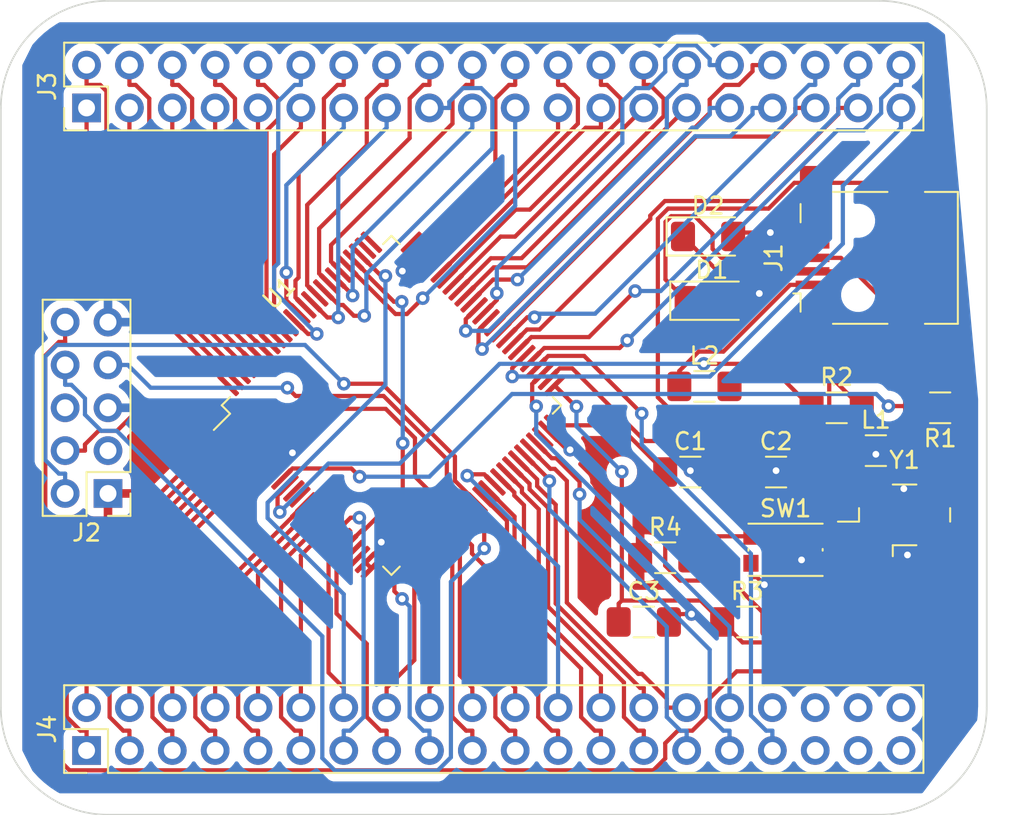
<source format=kicad_pcb>
(kicad_pcb (version 20200119) (host pcbnew "5.99.0-unknown-1e40753~86~ubuntu18.04.1")
  (layers (0 "F.Cu" signal) (31 "B.Cu" signal) (34 "B.Paste" user) (35 "F.Paste" user) (36 "B.SilkS" user) (37 "F.SilkS" user) (38 "B.Mask" user) (39 "F.Mask" user) (44 "Edge.Cuts" user))
  (net 0 "")
  (net 1 "Earth")
  (net 2 "EXTAL")
  (net 3 "RESET")
  (net 4 "XTAL")
  (net 5 "Net-(D1-Pad1)")
  (net 6 "Net-(D2-Pad1)")
  (net 7 "Net-(J1-Pad1)")
  (net 8 "Net-(J1-Pad4)")
  (net 9 "Net-(J1-Pad6)")
  (net 10 "P3V3")
  (net 11 "SWD_DIO")
  (net 12 "SWD_CLK")
  (net 13 "Net-(J2-Pad6)")
  (net 14 "UARTO_RX")
  (net 15 "UARTO_TX")
  (net 16 "PTD7")
  (net 17 "PTD6LLWU_P15")
  (net 18 "PTD5")
  (net 19 "PTD4LLWU_P14")
  (net 20 "PTD3")
  (net 21 "PTD2")
  (net 22 "PTD1")
  (net 23 "PTD0")
  (net 24 "PTC18")
  (net 25 "PTC17")
  (net 26 "PTC16")
  (net 27 "PTC13")
  (net 28 "PTC12")
  (net 29 "PTC11")
  (net 30 "PTC10")
  (net 31 "PTC9")
  (net 32 "PTC8")
  (net 33 "PTC7")
  (net 34 "PTC6LLWU_P10")
  (net 35 "PTC5LLWU_P9")
  (net 36 "PTC4LLWU_P8")
  (net 37 "PTC3")
  (net 38 "PTC2")
  (net 39 "PTC1")
  (net 40 "PTC0")
  (net 41 "PTB23")
  (net 42 "PTB22")
  (net 43 "PTB21")
  (net 44 "PTB20")
  (net 45 "PTB19")
  (net 46 "PTB18")
  (net 47 "PTB17")
  (net 48 "PTB16")
  (net 49 "PTB11")
  (net 50 "PTB10")
  (net 51 "PTB9")
  (net 52 "PTB8")
  (net 53 "PTB7")
  (net 54 "PTB3")
  (net 55 "PTB2")
  (net 56 "Net-(J4-Pad40)")
  (net 57 "Net-(J4-Pad39)")
  (net 58 "Net-(J4-Pad38)")
  (net 59 "Net-(J4-Pad37)")
  (net 60 "Net-(J4-Pad36)")
  (net 61 "Net-(J4-Pad35)")
  (net 62 "Net-(J4-Pad34)")
  (net 63 "PTB1")
  (net 64 "PTB0")
  (net 65 "PTA17")
  (net 66 "PTA16")
  (net 67 "PTA15")
  (net 68 "PTA14")
  (net 69 "PTA13")
  (net 70 "PTA12")
  (net 71 "PTA7")
  (net 72 "PTA6")
  (net 73 "PTA5")
  (net 74 "PTA4")
  (net 75 "PTE26")
  (net 76 "PTE25")
  (net 77 "PTE24")
  (net 78 "PTE31")
  (net 79 "PTE30")
  (net 80 "PTE29")
  (net 81 "PTE23")
  (net 82 "PTE22")
  (net 83 "PTE21")
  (net 84 "PTE20")
  (net 85 "PTE19")
  (net 86 "PTE18")
  (net 87 "PTE17")
  (net 88 "PTE16")
  (net 89 "PTE6")
  (net 90 "PTE5")
  (net 91 "PTE4")
  (net 92 "PTE3")
  (net 93 "PTE2")
  (net 94 "PTE1")
  (net 95 "PTE0")
  (net 96 "+5V")
  (net 97 "USB_DP")
  (net 98 "USB_DM")
  (net 99 "Net-(U1-Pad12)")
  (net 100 "Net-(U1-Pad13)")
  (net 101 "Net-(U1-Pad75)")
  (net 102 "Net-(U1-Pad76)")
  (net 103 "Net-(U1-Pad77)")
  (module "Capacitor_SMD:C_1206_3216Metric_Pad1.42x1.75mm_HandSolder" (layer "F.Cu") (at 160.238 74.93)
    (fp_text reference "C1" (at 0 -1.82) (layer "F.SilkS"))
    (fp_text value "22PF")
    (pad "2" smd roundrect (at 1.4875 0) (size 1.425 1.75) (layers "F.Cu" "F.Paste" "F.Mask") (roundrect_rratio 0.175439) (net 1 "Earth"))
    (pad "1" smd roundrect (at -1.4875 0) (size 1.425 1.75) (layers "F.Cu" "F.Paste" "F.Mask") (roundrect_rratio 0.175439) (net 2 "EXTAL"))
  )
  (module "Capacitor_SMD:C_1206_3216Metric_Pad1.42x1.75mm_HandSolder" (layer "F.Cu") (at 165.318 74.93)
    (fp_text reference "C2" (at 0 -1.82) (layer "F.SilkS"))
    (fp_text value "0.1UF")
    (pad "1" smd roundrect (at -1.4875 0) (size 1.425 1.75) (layers "F.Cu" "F.Paste" "F.Mask") (roundrect_rratio 0.175439) (net 3 "RESET"))
    (pad "2" smd roundrect (at 1.4875 0) (size 1.425 1.75) (layers "F.Cu" "F.Paste" "F.Mask") (roundrect_rratio 0.175439) (net 1 "Earth"))
  )
  (module "Capacitor_SMD:C_1206_3216Metric_Pad1.42x1.75mm_HandSolder" (layer "F.Cu") (at 157.48 83.82)
    (fp_text reference "C3" (at 0 -1.82) (layer "F.SilkS"))
    (fp_text value "22PF")
    (pad "1" smd roundrect (at -1.4875 0) (size 1.425 1.75) (layers "F.Cu" "F.Paste" "F.Mask") (roundrect_rratio 0.175439) (net 4 "XTAL"))
    (pad "2" smd roundrect (at 1.4875 0) (size 1.425 1.75) (layers "F.Cu" "F.Paste" "F.Mask") (roundrect_rratio 0.175439) (net 1 "Earth"))
  )
  (module "Diode_SMD:D_1206_3216Metric_Pad1.42x1.75mm_HandSolder" (layer "F.Cu") (at 161.508 64.77)
    (fp_text reference "D1" (at 0 -1.82) (layer "F.SilkS"))
    (fp_text value "D_Zener_Small")
    (pad "2" smd roundrect (at 1.4875 0) (size 1.425 1.75) (layers "F.Cu" "F.Paste" "F.Mask") (roundrect_rratio 0.175439) (net 1 "Earth"))
    (pad "1" smd roundrect (at -1.4875 0) (size 1.425 1.75) (layers "F.Cu" "F.Paste" "F.Mask") (roundrect_rratio 0.175439) (net 5 "Net-(D1-Pad1)"))
  )
  (module "Diode_SMD:D_1206_3216Metric_Pad1.42x1.75mm_HandSolder" (layer "F.Cu") (at 161.29 60.96)
    (fp_text reference "D2" (at 0 -1.82) (layer "F.SilkS"))
    (fp_text value "D_Zener_Small")
    (pad "1" smd roundrect (at -1.4875 0) (size 1.425 1.75) (layers "F.Cu" "F.Paste" "F.Mask") (roundrect_rratio 0.175439) (net 6 "Net-(D2-Pad1)"))
    (pad "2" smd roundrect (at 1.4875 0) (size 1.425 1.75) (layers "F.Cu" "F.Paste" "F.Mask") (roundrect_rratio 0.175439) (net 1 "Earth"))
  )
  (module "Connector_USB:USB_Mini-B_Lumberg_2486_01_Horizontal" (layer "F.Cu") (at 170.18 62.23 90)
    (fp_text reference "J1" (at 0 -5 90) (layer "F.SilkS"))
    (fp_text value "USB_B_Mini")
    (pad "1" smd rect (at -1.6 -2.7 90) (size 0.5 2) (layers "F.Cu" "F.Paste" "F.Mask") (net 7 "Net-(J1-Pad1)"))
    (pad "2" smd rect (at -0.8 -2.7 90) (size 0.5 2) (layers "F.Cu" "F.Paste" "F.Mask") (net 6 "Net-(D2-Pad1)"))
    (pad "3" smd rect (at 0 -2.7 90) (size 0.5 2) (layers "F.Cu" "F.Paste" "F.Mask") (net 5 "Net-(D1-Pad1)"))
    (pad "4" smd rect (at 0.8 -2.7 90) (size 0.5 2) (layers "F.Cu" "F.Paste" "F.Mask") (net 8 "Net-(J1-Pad4)"))
    (pad "5" smd rect (at 1.6 -2.7 90) (size 0.5 2) (layers "F.Cu" "F.Paste" "F.Mask") (net 1 "Earth"))
    (pad "6" smd rect (at -4.45 -2.6 90) (size 2 1.7) (layers "F.Cu" "F.Paste" "F.Mask") (net 9 "Net-(J1-Pad6)"))
    (pad "6" smd rect (at -4.45 2.85 90) (size 2 1.7) (layers "F.Cu" "F.Paste" "F.Mask") (net 9 "Net-(J1-Pad6)"))
    (pad "6" smd rect (at 4.45 -2.6 90) (size 2 1.7) (layers "F.Cu" "F.Paste" "F.Mask") (net 9 "Net-(J1-Pad6)"))
    (pad "6" smd rect (at 4.45 2.85 90) (size 2 1.7) (layers "F.Cu" "F.Paste" "F.Mask") (net 9 "Net-(J1-Pad6)"))
    (pad "" np_thru_hole circle (at -2.2 0 90) (size 1 1) (drill 1) (layers *.Cu *.Mask))
    (pad "" np_thru_hole circle (at 2.2 0 90) (size 1 1) (drill 1) (layers *.Cu *.Mask))
  )
  (module "Connector_PinHeader_2.54mm:PinHeader_2x05_P2.54mm_Vertical" (layer "F.Cu") (at 125.73 76.2 180)
    (fp_text reference "J2" (at 1.27 -2.33) (layer "F.SilkS"))
    (fp_text value "Conn_02x05_Odd_Even")
    (pad "1" thru_hole rect (at 0 0 180) (size 1.7 1.7) (drill 1) (layers *.Cu *.Mask) (net 10 "P3V3"))
    (pad "2" thru_hole oval (at 2.54 0 180) (size 1.7 1.7) (drill 1) (layers *.Cu *.Mask) (net 11 "SWD_DIO"))
    (pad "3" thru_hole oval (at 0 2.54 180) (size 1.7 1.7) (drill 1) (layers *.Cu *.Mask) (net 1 "Earth"))
    (pad "4" thru_hole oval (at 2.54 2.54 180) (size 1.7 1.7) (drill 1) (layers *.Cu *.Mask) (net 12 "SWD_CLK"))
    (pad "5" thru_hole oval (at 0 5.08 180) (size 1.7 1.7) (drill 1) (layers *.Cu *.Mask) (net 1 "Earth"))
    (pad "6" thru_hole oval (at 2.54 5.08 180) (size 1.7 1.7) (drill 1) (layers *.Cu *.Mask) (net 13 "Net-(J2-Pad6)"))
    (pad "7" thru_hole oval (at 0 7.62 180) (size 1.7 1.7) (drill 1) (layers *.Cu *.Mask) (net 14 "UARTO_RX"))
    (pad "8" thru_hole oval (at 2.54 7.62 180) (size 1.7 1.7) (drill 1) (layers *.Cu *.Mask) (net 15 "UARTO_TX"))
    (pad "9" thru_hole oval (at 0 10.16 180) (size 1.7 1.7) (drill 1) (layers *.Cu *.Mask) (net 1 "Earth"))
    (pad "10" thru_hole oval (at 2.54 10.16 180) (size 1.7 1.7) (drill 1) (layers *.Cu *.Mask) (net 3 "RESET"))
  )
  (module "Connector_PinHeader_2.54mm:PinHeader_2x20_P2.54mm_Vertical" (layer "F.Cu") (at 124.46 53.34 90)
    (fp_text reference "J3" (at 1.27 -2.33 90) (layer "F.SilkS"))
    (fp_text value "Conn_02x20_Odd_Even")
    (pad "1" thru_hole rect (at 0 0 90) (size 1.7 1.7) (drill 1) (layers *.Cu *.Mask) (net 16 "PTD7"))
    (pad "2" thru_hole oval (at 2.54 0 90) (size 1.7 1.7) (drill 1) (layers *.Cu *.Mask) (net 17 "PTD6LLWU_P15"))
    (pad "3" thru_hole oval (at 0 2.54 90) (size 1.7 1.7) (drill 1) (layers *.Cu *.Mask) (net 18 "PTD5"))
    (pad "4" thru_hole oval (at 2.54 2.54 90) (size 1.7 1.7) (drill 1) (layers *.Cu *.Mask) (net 19 "PTD4LLWU_P14"))
    (pad "5" thru_hole oval (at 0 5.08 90) (size 1.7 1.7) (drill 1) (layers *.Cu *.Mask) (net 20 "PTD3"))
    (pad "6" thru_hole oval (at 2.54 5.08 90) (size 1.7 1.7) (drill 1) (layers *.Cu *.Mask) (net 21 "PTD2"))
    (pad "7" thru_hole oval (at 0 7.62 90) (size 1.7 1.7) (drill 1) (layers *.Cu *.Mask) (net 22 "PTD1"))
    (pad "8" thru_hole oval (at 2.54 7.62 90) (size 1.7 1.7) (drill 1) (layers *.Cu *.Mask) (net 23 "PTD0"))
    (pad "9" thru_hole oval (at 0 10.16 90) (size 1.7 1.7) (drill 1) (layers *.Cu *.Mask) (net 24 "PTC18"))
    (pad "10" thru_hole oval (at 2.54 10.16 90) (size 1.7 1.7) (drill 1) (layers *.Cu *.Mask) (net 25 "PTC17"))
    (pad "11" thru_hole oval (at 0 12.7 90) (size 1.7 1.7) (drill 1) (layers *.Cu *.Mask) (net 26 "PTC16"))
    (pad "12" thru_hole oval (at 2.54 12.7 90) (size 1.7 1.7) (drill 1) (layers *.Cu *.Mask) (net 27 "PTC13"))
    (pad "13" thru_hole oval (at 0 15.24 90) (size 1.7 1.7) (drill 1) (layers *.Cu *.Mask) (net 28 "PTC12"))
    (pad "14" thru_hole oval (at 2.54 15.24 90) (size 1.7 1.7) (drill 1) (layers *.Cu *.Mask) (net 29 "PTC11"))
    (pad "15" thru_hole oval (at 0 17.78 90) (size 1.7 1.7) (drill 1) (layers *.Cu *.Mask) (net 30 "PTC10"))
    (pad "16" thru_hole oval (at 2.54 17.78 90) (size 1.7 1.7) (drill 1) (layers *.Cu *.Mask) (net 31 "PTC9"))
    (pad "17" thru_hole oval (at 0 20.32 90) (size 1.7 1.7) (drill 1) (layers *.Cu *.Mask) (net 32 "PTC8"))
    (pad "18" thru_hole oval (at 2.54 20.32 90) (size 1.7 1.7) (drill 1) (layers *.Cu *.Mask) (net 33 "PTC7"))
    (pad "19" thru_hole oval (at 0 22.86 90) (size 1.7 1.7) (drill 1) (layers *.Cu *.Mask) (net 34 "PTC6LLWU_P10"))
    (pad "20" thru_hole oval (at 2.54 22.86 90) (size 1.7 1.7) (drill 1) (layers *.Cu *.Mask) (net 35 "PTC5LLWU_P9"))
    (pad "21" thru_hole oval (at 0 25.4 90) (size 1.7 1.7) (drill 1) (layers *.Cu *.Mask) (net 36 "PTC4LLWU_P8"))
    (pad "22" thru_hole oval (at 2.54 25.4 90) (size 1.7 1.7) (drill 1) (layers *.Cu *.Mask) (net 37 "PTC3"))
    (pad "23" thru_hole oval (at 0 27.94 90) (size 1.7 1.7) (drill 1) (layers *.Cu *.Mask) (net 38 "PTC2"))
    (pad "24" thru_hole oval (at 2.54 27.94 90) (size 1.7 1.7) (drill 1) (layers *.Cu *.Mask) (net 39 "PTC1"))
    (pad "25" thru_hole oval (at 0 30.48 90) (size 1.7 1.7) (drill 1) (layers *.Cu *.Mask) (net 40 "PTC0"))
    (pad "26" thru_hole oval (at 2.54 30.48 90) (size 1.7 1.7) (drill 1) (layers *.Cu *.Mask) (net 41 "PTB23"))
    (pad "27" thru_hole oval (at 0 33.02 90) (size 1.7 1.7) (drill 1) (layers *.Cu *.Mask) (net 42 "PTB22"))
    (pad "28" thru_hole oval (at 2.54 33.02 90) (size 1.7 1.7) (drill 1) (layers *.Cu *.Mask) (net 43 "PTB21"))
    (pad "29" thru_hole oval (at 0 35.56 90) (size 1.7 1.7) (drill 1) (layers *.Cu *.Mask) (net 44 "PTB20"))
    (pad "30" thru_hole oval (at 2.54 35.56 90) (size 1.7 1.7) (drill 1) (layers *.Cu *.Mask) (net 45 "PTB19"))
    (pad "31" thru_hole oval (at 0 38.1 90) (size 1.7 1.7) (drill 1) (layers *.Cu *.Mask) (net 46 "PTB18"))
    (pad "32" thru_hole oval (at 2.54 38.1 90) (size 1.7 1.7) (drill 1) (layers *.Cu *.Mask) (net 47 "PTB17"))
    (pad "33" thru_hole oval (at 0 40.64 90) (size 1.7 1.7) (drill 1) (layers *.Cu *.Mask) (net 48 "PTB16"))
    (pad "34" thru_hole oval (at 2.54 40.64 90) (size 1.7 1.7) (drill 1) (layers *.Cu *.Mask) (net 49 "PTB11"))
    (pad "35" thru_hole oval (at 0 43.18 90) (size 1.7 1.7) (drill 1) (layers *.Cu *.Mask) (net 50 "PTB10"))
    (pad "36" thru_hole oval (at 2.54 43.18 90) (size 1.7 1.7) (drill 1) (layers *.Cu *.Mask) (net 51 "PTB9"))
    (pad "37" thru_hole oval (at 0 45.72 90) (size 1.7 1.7) (drill 1) (layers *.Cu *.Mask) (net 52 "PTB8"))
    (pad "38" thru_hole oval (at 2.54 45.72 90) (size 1.7 1.7) (drill 1) (layers *.Cu *.Mask) (net 53 "PTB7"))
    (pad "39" thru_hole oval (at 0 48.26 90) (size 1.7 1.7) (drill 1) (layers *.Cu *.Mask) (net 54 "PTB3"))
    (pad "40" thru_hole oval (at 2.54 48.26 90) (size 1.7 1.7) (drill 1) (layers *.Cu *.Mask) (net 55 "PTB2"))
  )
  (module "Connector_PinHeader_2.54mm:PinHeader_2x20_P2.54mm_Vertical" (layer "F.Cu") (at 124.46 91.44 90)
    (fp_text reference "J4" (at 1.27 -2.33 90) (layer "F.SilkS"))
    (fp_text value "Conn_02x20_Odd_Even")
    (pad "40" thru_hole oval (at 2.54 48.26 90) (size 1.7 1.7) (drill 1) (layers *.Cu *.Mask) (net 56 "Net-(J4-Pad40)"))
    (pad "39" thru_hole oval (at 0 48.26 90) (size 1.7 1.7) (drill 1) (layers *.Cu *.Mask) (net 57 "Net-(J4-Pad39)"))
    (pad "38" thru_hole oval (at 2.54 45.72 90) (size 1.7 1.7) (drill 1) (layers *.Cu *.Mask) (net 58 "Net-(J4-Pad38)"))
    (pad "37" thru_hole oval (at 0 45.72 90) (size 1.7 1.7) (drill 1) (layers *.Cu *.Mask) (net 59 "Net-(J4-Pad37)"))
    (pad "36" thru_hole oval (at 2.54 43.18 90) (size 1.7 1.7) (drill 1) (layers *.Cu *.Mask) (net 60 "Net-(J4-Pad36)"))
    (pad "35" thru_hole oval (at 0 43.18 90) (size 1.7 1.7) (drill 1) (layers *.Cu *.Mask) (net 61 "Net-(J4-Pad35)"))
    (pad "34" thru_hole oval (at 2.54 40.64 90) (size 1.7 1.7) (drill 1) (layers *.Cu *.Mask) (net 62 "Net-(J4-Pad34)"))
    (pad "33" thru_hole oval (at 0 40.64 90) (size 1.7 1.7) (drill 1) (layers *.Cu *.Mask) (net 63 "PTB1"))
    (pad "32" thru_hole oval (at 2.54 38.1 90) (size 1.7 1.7) (drill 1) (layers *.Cu *.Mask) (net 64 "PTB0"))
    (pad "31" thru_hole oval (at 0 38.1 90) (size 1.7 1.7) (drill 1) (layers *.Cu *.Mask) (net 65 "PTA17"))
    (pad "30" thru_hole oval (at 2.54 35.56 90) (size 1.7 1.7) (drill 1) (layers *.Cu *.Mask) (net 66 "PTA16"))
    (pad "29" thru_hole oval (at 0 35.56 90) (size 1.7 1.7) (drill 1) (layers *.Cu *.Mask) (net 67 "PTA15"))
    (pad "28" thru_hole oval (at 2.54 33.02 90) (size 1.7 1.7) (drill 1) (layers *.Cu *.Mask) (net 68 "PTA14"))
    (pad "27" thru_hole oval (at 0 33.02 90) (size 1.7 1.7) (drill 1) (layers *.Cu *.Mask) (net 69 "PTA13"))
    (pad "26" thru_hole oval (at 2.54 30.48 90) (size 1.7 1.7) (drill 1) (layers *.Cu *.Mask) (net 70 "PTA12"))
    (pad "25" thru_hole oval (at 0 30.48 90) (size 1.7 1.7) (drill 1) (layers *.Cu *.Mask) (net 71 "PTA7"))
    (pad "24" thru_hole oval (at 2.54 27.94 90) (size 1.7 1.7) (drill 1) (layers *.Cu *.Mask) (net 72 "PTA6"))
    (pad "23" thru_hole oval (at 0 27.94 90) (size 1.7 1.7) (drill 1) (layers *.Cu *.Mask) (net 73 "PTA5"))
    (pad "22" thru_hole oval (at 2.54 25.4 90) (size 1.7 1.7) (drill 1) (layers *.Cu *.Mask) (net 74 "PTA4"))
    (pad "21" thru_hole oval (at 0 25.4 90) (size 1.7 1.7) (drill 1) (layers *.Cu *.Mask) (net 75 "PTE26"))
    (pad "20" thru_hole oval (at 2.54 22.86 90) (size 1.7 1.7) (drill 1) (layers *.Cu *.Mask) (net 76 "PTE25"))
    (pad "19" thru_hole oval (at 0 22.86 90) (size 1.7 1.7) (drill 1) (layers *.Cu *.Mask) (net 77 "PTE24"))
    (pad "18" thru_hole oval (at 2.54 20.32 90) (size 1.7 1.7) (drill 1) (layers *.Cu *.Mask) (net 78 "PTE31"))
    (pad "17" thru_hole oval (at 0 20.32 90) (size 1.7 1.7) (drill 1) (layers *.Cu *.Mask) (net 79 "PTE30"))
    (pad "16" thru_hole oval (at 2.54 17.78 90) (size 1.7 1.7) (drill 1) (layers *.Cu *.Mask) (net 80 "PTE29"))
    (pad "15" thru_hole oval (at 0 17.78 90) (size 1.7 1.7) (drill 1) (layers *.Cu *.Mask) (net 81 "PTE23"))
    (pad "14" thru_hole oval (at 2.54 15.24 90) (size 1.7 1.7) (drill 1) (layers *.Cu *.Mask) (net 82 "PTE22"))
    (pad "13" thru_hole oval (at 0 15.24 90) (size 1.7 1.7) (drill 1) (layers *.Cu *.Mask) (net 83 "PTE21"))
    (pad "12" thru_hole oval (at 2.54 12.7 90) (size 1.7 1.7) (drill 1) (layers *.Cu *.Mask) (net 84 "PTE20"))
    (pad "11" thru_hole oval (at 0 12.7 90) (size 1.7 1.7) (drill 1) (layers *.Cu *.Mask) (net 85 "PTE19"))
    (pad "10" thru_hole oval (at 2.54 10.16 90) (size 1.7 1.7) (drill 1) (layers *.Cu *.Mask) (net 86 "PTE18"))
    (pad "9" thru_hole oval (at 0 10.16 90) (size 1.7 1.7) (drill 1) (layers *.Cu *.Mask) (net 87 "PTE17"))
    (pad "8" thru_hole oval (at 2.54 7.62 90) (size 1.7 1.7) (drill 1) (layers *.Cu *.Mask) (net 88 "PTE16"))
    (pad "7" thru_hole oval (at 0 7.62 90) (size 1.7 1.7) (drill 1) (layers *.Cu *.Mask) (net 89 "PTE6"))
    (pad "6" thru_hole oval (at 2.54 5.08 90) (size 1.7 1.7) (drill 1) (layers *.Cu *.Mask) (net 90 "PTE5"))
    (pad "5" thru_hole oval (at 0 5.08 90) (size 1.7 1.7) (drill 1) (layers *.Cu *.Mask) (net 91 "PTE4"))
    (pad "4" thru_hole oval (at 2.54 2.54 90) (size 1.7 1.7) (drill 1) (layers *.Cu *.Mask) (net 92 "PTE3"))
    (pad "3" thru_hole oval (at 0 2.54 90) (size 1.7 1.7) (drill 1) (layers *.Cu *.Mask) (net 93 "PTE2"))
    (pad "2" thru_hole oval (at 2.54 0 90) (size 1.7 1.7) (drill 1) (layers *.Cu *.Mask) (net 94 "PTE1"))
    (pad "1" thru_hole rect (at 0 0 90) (size 1.7 1.7) (drill 1) (layers *.Cu *.Mask) (net 95 "PTE0"))
  )
  (module "Inductor_SMD:L_1206_3216Metric_Pad1.42x1.75mm_HandSolder" (layer "F.Cu") (at 171.232 73.66)
    (fp_text reference "L1" (at 0 -1.82) (layer "F.SilkS"))
    (fp_text value "330OHM")
    (pad "2" smd roundrect (at 1.4875 0) (size 1.425 1.75) (layers "F.Cu" "F.Paste" "F.Mask") (roundrect_rratio 0.175439) (net 1 "Earth"))
    (pad "1" smd roundrect (at -1.4875 0) (size 1.425 1.75) (layers "F.Cu" "F.Paste" "F.Mask") (roundrect_rratio 0.175439) (net 9 "Net-(J1-Pad6)"))
  )
  (module "Inductor_SMD:L_1206_3216Metric_Pad1.42x1.75mm_HandSolder" (layer "F.Cu") (at 161.072 69.85)
    (fp_text reference "L2" (at 0 -1.82) (layer "F.SilkS"))
    (fp_text value "330OHM")
    (pad "1" smd roundrect (at -1.4875 0) (size 1.425 1.75) (layers "F.Cu" "F.Paste" "F.Mask") (roundrect_rratio 0.175439) (net 7 "Net-(J1-Pad1)"))
    (pad "2" smd roundrect (at 1.4875 0) (size 1.425 1.75) (layers "F.Cu" "F.Paste" "F.Mask") (roundrect_rratio 0.175439) (net 96 "+5V"))
  )
  (module "Resistor_SMD:R_1206_3216Metric_Pad1.42x1.75mm_HandSolder" (layer "F.Cu") (at 175.042 71.12 180)
    (fp_text reference "R1" (at 0 -1.82) (layer "F.SilkS"))
    (fp_text value "33")
    (pad "1" smd roundrect (at -1.4875 0 180) (size 1.425 1.75) (layers "F.Cu" "F.Paste" "F.Mask") (roundrect_rratio 0.175439) (net 5 "Net-(D1-Pad1)"))
    (pad "2" smd roundrect (at 1.4875 0 180) (size 1.425 1.75) (layers "F.Cu" "F.Paste" "F.Mask") (roundrect_rratio 0.175439) (net 97 "USB_DP"))
  )
  (module "Resistor_SMD:R_1206_3216Metric_Pad1.42x1.75mm_HandSolder" (layer "F.Cu") (at 168.91 71.12)
    (fp_text reference "R2" (at 0 -1.82) (layer "F.SilkS"))
    (fp_text value "33")
    (pad "2" smd roundrect (at 1.4875 0) (size 1.425 1.75) (layers "F.Cu" "F.Paste" "F.Mask") (roundrect_rratio 0.175439) (net 6 "Net-(D2-Pad1)"))
    (pad "1" smd roundrect (at -1.4875 0) (size 1.425 1.75) (layers "F.Cu" "F.Paste" "F.Mask") (roundrect_rratio 0.175439) (net 98 "USB_DM"))
  )
  (module "Resistor_SMD:R_1206_3216Metric_Pad1.42x1.75mm_HandSolder" (layer "F.Cu") (at 163.612 83.82)
    (fp_text reference "R3" (at 0 -1.82) (layer "F.SilkS"))
    (fp_text value "1.0M")
    (pad "2" smd roundrect (at 1.4875 0) (size 1.425 1.75) (layers "F.Cu" "F.Paste" "F.Mask") (roundrect_rratio 0.175439) (net 2 "EXTAL"))
    (pad "1" smd roundrect (at -1.4875 0) (size 1.425 1.75) (layers "F.Cu" "F.Paste" "F.Mask") (roundrect_rratio 0.175439) (net 4 "XTAL"))
  )
  (module "Resistor_SMD:R_1206_3216Metric_Pad1.42x1.75mm_HandSolder" (layer "F.Cu") (at 158.75 80.01)
    (fp_text reference "R4" (at 0 -1.82) (layer "F.SilkS"))
    (fp_text value "10K")
    (pad "1" smd roundrect (at -1.4875 0) (size 1.425 1.75) (layers "F.Cu" "F.Paste" "F.Mask") (roundrect_rratio 0.175439) (net 10 "P3V3"))
    (pad "2" smd roundrect (at 1.4875 0) (size 1.425 1.75) (layers "F.Cu" "F.Paste" "F.Mask") (roundrect_rratio 0.175439) (net 3 "RESET"))
  )
  (module "Button_Switch_SMD:SW_Push_1P1T_NO_CK_KMR2" (layer "F.Cu") (at 165.88 79.54)
    (fp_text reference "SW1" (at 0 -2.45) (layer "F.SilkS"))
    (fp_text value "EQV-PE105K")
    (pad "1" smd rect (at -2.05 -0.8) (size 0.9 1) (layers "F.Cu" "F.Paste" "F.Mask") (net 3 "RESET"))
    (pad "2" smd rect (at -2.05 0.8) (size 0.9 1) (layers "F.Cu" "F.Paste" "F.Mask") (net 1 "Earth"))
    (pad "1" smd rect (at 2.05 -0.8) (size 0.9 1) (layers "F.Cu" "F.Paste" "F.Mask") (net 3 "RESET"))
    (pad "2" smd rect (at 2.05 0.8) (size 0.9 1) (layers "F.Cu" "F.Paste" "F.Mask") (net 1 "Earth"))
  )
  (module "Package_QFP:LQFP-100_14x14mm_P0.5mm" (layer "F.Cu") (at 142.525 70.975 45)
    (fp_text reference "U1" (at 0 -9.42 45) (layer "F.SilkS"))
    (fp_text value "MKL46Z256VLL4")
    (pad "1" smd roundrect (at -7.675 -6 45) (size 1.6 0.3) (layers "F.Cu" "F.Paste" "F.Mask") (net 95 "PTE0"))
    (pad "2" smd roundrect (at -7.675 -5.5 45) (size 1.6 0.3) (layers "F.Cu" "F.Paste" "F.Mask") (net 94 "PTE1"))
    (pad "3" smd roundrect (at -7.675 -5 45) (size 1.6 0.3) (layers "F.Cu" "F.Paste" "F.Mask") (net 93 "PTE2"))
    (pad "4" smd roundrect (at -7.675 -4.5 45) (size 1.6 0.3) (layers "F.Cu" "F.Paste" "F.Mask") (net 92 "PTE3"))
    (pad "5" smd roundrect (at -7.675 -4 45) (size 1.6 0.3) (layers "F.Cu" "F.Paste" "F.Mask") (net 91 "PTE4"))
    (pad "6" smd roundrect (at -7.675 -3.5 45) (size 1.6 0.3) (layers "F.Cu" "F.Paste" "F.Mask") (net 90 "PTE5"))
    (pad "7" smd roundrect (at -7.675 -3 45) (size 1.6 0.3) (layers "F.Cu" "F.Paste" "F.Mask") (net 89 "PTE6"))
    (pad "8" smd roundrect (at -7.675 -2.5 45) (size 1.6 0.3) (layers "F.Cu" "F.Paste" "F.Mask") (net 10 "P3V3"))
    (pad "9" smd roundrect (at -7.675 -2 45) (size 1.6 0.3) (layers "F.Cu" "F.Paste" "F.Mask") (net 1 "Earth"))
    (pad "10" smd roundrect (at -7.675 -1.5 45) (size 1.6 0.3) (layers "F.Cu" "F.Paste" "F.Mask") (net 97 "USB_DP"))
    (pad "11" smd roundrect (at -7.675 -1 45) (size 1.6 0.3) (layers "F.Cu" "F.Paste" "F.Mask") (net 98 "USB_DM"))
    (pad "12" smd roundrect (at -7.675 -0.5 45) (size 1.6 0.3) (layers "F.Cu" "F.Paste" "F.Mask") (net 99 "Net-(U1-Pad12)"))
    (pad "13" smd roundrect (at -7.675 0 45) (size 1.6 0.3) (layers "F.Cu" "F.Paste" "F.Mask") (net 100 "Net-(U1-Pad13)"))
    (pad "14" smd roundrect (at -7.675 0.5 45) (size 1.6 0.3) (layers "F.Cu" "F.Paste" "F.Mask") (net 88 "PTE16"))
    (pad "15" smd roundrect (at -7.675 1 45) (size 1.6 0.3) (layers "F.Cu" "F.Paste" "F.Mask") (net 87 "PTE17"))
    (pad "16" smd roundrect (at -7.675 1.5 45) (size 1.6 0.3) (layers "F.Cu" "F.Paste" "F.Mask") (net 86 "PTE18"))
    (pad "17" smd roundrect (at -7.675 2 45) (size 1.6 0.3) (layers "F.Cu" "F.Paste" "F.Mask") (net 85 "PTE19"))
    (pad "18" smd roundrect (at -7.675 2.5 45) (size 1.6 0.3) (layers "F.Cu" "F.Paste" "F.Mask") (net 84 "PTE20"))
    (pad "19" smd roundrect (at -7.675 3 45) (size 1.6 0.3) (layers "F.Cu" "F.Paste" "F.Mask") (net 83 "PTE21"))
    (pad "20" smd roundrect (at -7.675 3.5 45) (size 1.6 0.3) (layers "F.Cu" "F.Paste" "F.Mask") (net 82 "PTE22"))
    (pad "21" smd roundrect (at -7.675 4 45) (size 1.6 0.3) (layers "F.Cu" "F.Paste" "F.Mask") (net 81 "PTE23"))
    (pad "22" smd roundrect (at -7.675 4.5 45) (size 1.6 0.3) (layers "F.Cu" "F.Paste" "F.Mask") (net 10 "P3V3"))
    (pad "23" smd roundrect (at -7.675 5 45) (size 1.6 0.3) (layers "F.Cu" "F.Paste" "F.Mask") (net 10 "P3V3"))
    (pad "24" smd roundrect (at -7.675 5.5 45) (size 1.6 0.3) (layers "F.Cu" "F.Paste" "F.Mask") (net 1 "Earth"))
    (pad "25" smd roundrect (at -7.675 6 45) (size 1.6 0.3) (layers "F.Cu" "F.Paste" "F.Mask") (net 1 "Earth"))
    (pad "26" smd roundrect (at -6 7.675 45) (size 0.3 1.6) (layers "F.Cu" "F.Paste" "F.Mask") (net 80 "PTE29"))
    (pad "27" smd roundrect (at -5.5 7.675 45) (size 0.3 1.6) (layers "F.Cu" "F.Paste" "F.Mask") (net 79 "PTE30"))
    (pad "28" smd roundrect (at -5 7.675 45) (size 0.3 1.6) (layers "F.Cu" "F.Paste" "F.Mask") (net 78 "PTE31"))
    (pad "29" smd roundrect (at -4.5 7.675 45) (size 0.3 1.6) (layers "F.Cu" "F.Paste" "F.Mask") (net 1 "Earth"))
    (pad "30" smd roundrect (at -4 7.675 45) (size 0.3 1.6) (layers "F.Cu" "F.Paste" "F.Mask") (net 10 "P3V3"))
    (pad "31" smd roundrect (at -3.5 7.675 45) (size 0.3 1.6) (layers "F.Cu" "F.Paste" "F.Mask") (net 77 "PTE24"))
    (pad "32" smd roundrect (at -3 7.675 45) (size 0.3 1.6) (layers "F.Cu" "F.Paste" "F.Mask") (net 76 "PTE25"))
    (pad "33" smd roundrect (at -2.5 7.675 45) (size 0.3 1.6) (layers "F.Cu" "F.Paste" "F.Mask") (net 75 "PTE26"))
    (pad "34" smd roundrect (at -2 7.675 45) (size 0.3 1.6) (layers "F.Cu" "F.Paste" "F.Mask") (net 12 "SWD_CLK"))
    (pad "35" smd roundrect (at -1.5 7.675 45) (size 0.3 1.6) (layers "F.Cu" "F.Paste" "F.Mask") (net 14 "UARTO_RX"))
    (pad "36" smd roundrect (at -1 7.675 45) (size 0.3 1.6) (layers "F.Cu" "F.Paste" "F.Mask") (net 15 "UARTO_TX"))
    (pad "37" smd roundrect (at -0.5 7.675 45) (size 0.3 1.6) (layers "F.Cu" "F.Paste" "F.Mask") (net 11 "SWD_DIO"))
    (pad "38" smd roundrect (at 0 7.675 45) (size 0.3 1.6) (layers "F.Cu" "F.Paste" "F.Mask") (net 74 "PTA4"))
    (pad "39" smd roundrect (at 0.5 7.675 45) (size 0.3 1.6) (layers "F.Cu" "F.Paste" "F.Mask") (net 73 "PTA5"))
    (pad "40" smd roundrect (at 1 7.675 45) (size 0.3 1.6) (layers "F.Cu" "F.Paste" "F.Mask") (net 72 "PTA6"))
    (pad "41" smd roundrect (at 1.5 7.675 45) (size 0.3 1.6) (layers "F.Cu" "F.Paste" "F.Mask") (net 71 "PTA7"))
    (pad "42" smd roundrect (at 2 7.675 45) (size 0.3 1.6) (layers "F.Cu" "F.Paste" "F.Mask") (net 70 "PTA12"))
    (pad "43" smd roundrect (at 2.5 7.675 45) (size 0.3 1.6) (layers "F.Cu" "F.Paste" "F.Mask") (net 69 "PTA13"))
    (pad "44" smd roundrect (at 3 7.675 45) (size 0.3 1.6) (layers "F.Cu" "F.Paste" "F.Mask") (net 68 "PTA14"))
    (pad "45" smd roundrect (at 3.5 7.675 45) (size 0.3 1.6) (layers "F.Cu" "F.Paste" "F.Mask") (net 67 "PTA15"))
    (pad "46" smd roundrect (at 4 7.675 45) (size 0.3 1.6) (layers "F.Cu" "F.Paste" "F.Mask") (net 66 "PTA16"))
    (pad "47" smd roundrect (at 4.5 7.675 45) (size 0.3 1.6) (layers "F.Cu" "F.Paste" "F.Mask") (net 65 "PTA17"))
    (pad "48" smd roundrect (at 5 7.675 45) (size 0.3 1.6) (layers "F.Cu" "F.Paste" "F.Mask") (net 10 "P3V3"))
    (pad "49" smd roundrect (at 5.5 7.675 45) (size 0.3 1.6) (layers "F.Cu" "F.Paste" "F.Mask") (net 1 "Earth"))
    (pad "50" smd roundrect (at 6 7.675 45) (size 0.3 1.6) (layers "F.Cu" "F.Paste" "F.Mask") (net 2 "EXTAL"))
    (pad "51" smd roundrect (at 7.675 6 45) (size 1.6 0.3) (layers "F.Cu" "F.Paste" "F.Mask") (net 4 "XTAL"))
    (pad "52" smd roundrect (at 7.675 5.5 45) (size 1.6 0.3) (layers "F.Cu" "F.Paste" "F.Mask") (net 3 "RESET"))
    (pad "53" smd roundrect (at 7.675 5 45) (size 1.6 0.3) (layers "F.Cu" "F.Paste" "F.Mask") (net 64 "PTB0"))
    (pad "54" smd roundrect (at 7.675 4.5 45) (size 1.6 0.3) (layers "F.Cu" "F.Paste" "F.Mask") (net 63 "PTB1"))
    (pad "55" smd roundrect (at 7.675 4 45) (size 1.6 0.3) (layers "F.Cu" "F.Paste" "F.Mask") (net 55 "PTB2"))
    (pad "56" smd roundrect (at 7.675 3.5 45) (size 1.6 0.3) (layers "F.Cu" "F.Paste" "F.Mask") (net 54 "PTB3"))
    (pad "57" smd roundrect (at 7.675 3 45) (size 1.6 0.3) (layers "F.Cu" "F.Paste" "F.Mask") (net 53 "PTB7"))
    (pad "58" smd roundrect (at 7.675 2.5 45) (size 1.6 0.3) (layers "F.Cu" "F.Paste" "F.Mask") (net 52 "PTB8"))
    (pad "59" smd roundrect (at 7.675 2 45) (size 1.6 0.3) (layers "F.Cu" "F.Paste" "F.Mask") (net 51 "PTB9"))
    (pad "60" smd roundrect (at 7.675 1.5 45) (size 1.6 0.3) (layers "F.Cu" "F.Paste" "F.Mask") (net 50 "PTB10"))
    (pad "61" smd roundrect (at 7.675 1 45) (size 1.6 0.3) (layers "F.Cu" "F.Paste" "F.Mask") (net 49 "PTB11"))
    (pad "62" smd roundrect (at 7.675 0.5 45) (size 1.6 0.3) (layers "F.Cu" "F.Paste" "F.Mask") (net 48 "PTB16"))
    (pad "63" smd roundrect (at 7.675 0 45) (size 1.6 0.3) (layers "F.Cu" "F.Paste" "F.Mask") (net 47 "PTB17"))
    (pad "64" smd roundrect (at 7.675 -0.5 45) (size 1.6 0.3) (layers "F.Cu" "F.Paste" "F.Mask") (net 46 "PTB18"))
    (pad "65" smd roundrect (at 7.675 -1 45) (size 1.6 0.3) (layers "F.Cu" "F.Paste" "F.Mask") (net 45 "PTB19"))
    (pad "66" smd roundrect (at 7.675 -1.5 45) (size 1.6 0.3) (layers "F.Cu" "F.Paste" "F.Mask") (net 44 "PTB20"))
    (pad "67" smd roundrect (at 7.675 -2 45) (size 1.6 0.3) (layers "F.Cu" "F.Paste" "F.Mask") (net 43 "PTB21"))
    (pad "68" smd roundrect (at 7.675 -2.5 45) (size 1.6 0.3) (layers "F.Cu" "F.Paste" "F.Mask") (net 42 "PTB22"))
    (pad "69" smd roundrect (at 7.675 -3 45) (size 1.6 0.3) (layers "F.Cu" "F.Paste" "F.Mask") (net 41 "PTB23"))
    (pad "70" smd roundrect (at 7.675 -3.5 45) (size 1.6 0.3) (layers "F.Cu" "F.Paste" "F.Mask") (net 40 "PTC0"))
    (pad "71" smd roundrect (at 7.675 -4 45) (size 1.6 0.3) (layers "F.Cu" "F.Paste" "F.Mask") (net 39 "PTC1"))
    (pad "72" smd roundrect (at 7.675 -4.5 45) (size 1.6 0.3) (layers "F.Cu" "F.Paste" "F.Mask") (net 38 "PTC2"))
    (pad "73" smd roundrect (at 7.675 -5 45) (size 1.6 0.3) (layers "F.Cu" "F.Paste" "F.Mask") (net 37 "PTC3"))
    (pad "74" smd roundrect (at 7.675 -5.5 45) (size 1.6 0.3) (layers "F.Cu" "F.Paste" "F.Mask") (net 1 "Earth"))
    (pad "75" smd roundrect (at 7.675 -6 45) (size 1.6 0.3) (layers "F.Cu" "F.Paste" "F.Mask") (net 101 "Net-(U1-Pad75)"))
    (pad "76" smd roundrect (at 6 -7.675 45) (size 0.3 1.6) (layers "F.Cu" "F.Paste" "F.Mask") (net 102 "Net-(U1-Pad76)"))
    (pad "77" smd roundrect (at 5.5 -7.675 45) (size 0.3 1.6) (layers "F.Cu" "F.Paste" "F.Mask") (net 103 "Net-(U1-Pad77)"))
    (pad "78" smd roundrect (at 5 -7.675 45) (size 0.3 1.6) (layers "F.Cu" "F.Paste" "F.Mask") (net 82 "PTE22"))
    (pad "79" smd roundrect (at 4.5 -7.675 45) (size 0.3 1.6) (layers "F.Cu" "F.Paste" "F.Mask") (net 81 "PTE23"))
    (pad "80" smd roundrect (at 4 -7.675 45) (size 0.3 1.6) (layers "F.Cu" "F.Paste" "F.Mask") (net 36 "PTC4LLWU_P8"))
    (pad "81" smd roundrect (at 3.5 -7.675 45) (size 0.3 1.6) (layers "F.Cu" "F.Paste" "F.Mask") (net 35 "PTC5LLWU_P9"))
    (pad "82" smd roundrect (at 3 -7.675 45) (size 0.3 1.6) (layers "F.Cu" "F.Paste" "F.Mask") (net 34 "PTC6LLWU_P10"))
    (pad "83" smd roundrect (at 2.5 -7.675 45) (size 0.3 1.6) (layers "F.Cu" "F.Paste" "F.Mask") (net 33 "PTC7"))
    (pad "84" smd roundrect (at 2 -7.675 45) (size 0.3 1.6) (layers "F.Cu" "F.Paste" "F.Mask") (net 32 "PTC8"))
    (pad "85" smd roundrect (at 1.5 -7.675 45) (size 0.3 1.6) (layers "F.Cu" "F.Paste" "F.Mask") (net 31 "PTC9"))
    (pad "86" smd roundrect (at 1 -7.675 45) (size 0.3 1.6) (layers "F.Cu" "F.Paste" "F.Mask") (net 30 "PTC10"))
    (pad "87" smd roundrect (at 0.5 -7.675 45) (size 0.3 1.6) (layers "F.Cu" "F.Paste" "F.Mask") (net 29 "PTC11"))
    (pad "88" smd roundrect (at 0 -7.675 45) (size 0.3 1.6) (layers "F.Cu" "F.Paste" "F.Mask") (net 28 "PTC12"))
    (pad "89" smd roundrect (at -0.5 -7.675 45) (size 0.3 1.6) (layers "F.Cu" "F.Paste" "F.Mask") (net 27 "PTC13"))
    (pad "90" smd roundrect (at -1 -7.675 45) (size 0.3 1.6) (layers "F.Cu" "F.Paste" "F.Mask") (net 26 "PTC16"))
    (pad "91" smd roundrect (at -1.5 -7.675 45) (size 0.3 1.6) (layers "F.Cu" "F.Paste" "F.Mask") (net 25 "PTC17"))
    (pad "92" smd roundrect (at -2 -7.675 45) (size 0.3 1.6) (layers "F.Cu" "F.Paste" "F.Mask") (net 24 "PTC18"))
    (pad "93" smd roundrect (at -2.5 -7.675 45) (size 0.3 1.6) (layers "F.Cu" "F.Paste" "F.Mask") (net 23 "PTD0"))
    (pad "94" smd roundrect (at -3 -7.675 45) (size 0.3 1.6) (layers "F.Cu" "F.Paste" "F.Mask") (net 22 "PTD1"))
    (pad "95" smd roundrect (at -3.5 -7.675 45) (size 0.3 1.6) (layers "F.Cu" "F.Paste" "F.Mask") (net 21 "PTD2"))
    (pad "96" smd roundrect (at -4 -7.675 45) (size 0.3 1.6) (layers "F.Cu" "F.Paste" "F.Mask") (net 20 "PTD3"))
    (pad "97" smd roundrect (at -4.5 -7.675 45) (size 0.3 1.6) (layers "F.Cu" "F.Paste" "F.Mask") (net 19 "PTD4LLWU_P14"))
    (pad "98" smd roundrect (at -5 -7.675 45) (size 0.3 1.6) (layers "F.Cu" "F.Paste" "F.Mask") (net 18 "PTD5"))
    (pad "99" smd roundrect (at -5.5 -7.675 45) (size 0.3 1.6) (layers "F.Cu" "F.Paste" "F.Mask") (net 17 "PTD6LLWU_P15"))
    (pad "100" smd roundrect (at -6 -7.675 45) (size 0.3 1.6) (layers "F.Cu" "F.Paste" "F.Mask") (net 16 "PTD7"))
  )
  (module "Crystal:Crystal_SMD_EuroQuartz_MJ-4Pin_5.0x3.2mm_HandSoldering" (layer "F.Cu") (at 172.935 77.47)
    (fp_text reference "Y1" (at 0 -3.25) (layer "F.SilkS"))
    (fp_text value "8MHZ")
    (pad "1" smd rect (at -2.325 1.425) (size 2.85 1.65) (layers "F.Cu" "F.Paste" "F.Mask") (net 2 "EXTAL"))
    (pad "2" smd rect (at 2.325 1.425) (size 2.85 1.65) (layers "F.Cu" "F.Paste" "F.Mask") (net 1 "Earth"))
    (pad "3" smd rect (at 2.325 -1.425) (size 2.85 1.65) (layers "F.Cu" "F.Paste" "F.Mask") (net 4 "XTAL"))
    (pad "4" smd rect (at -2.325 -1.425) (size 2.85 1.65) (layers "F.Cu" "F.Paste" "F.Mask") (net 1 "Earth"))
  )
  (gr_line (start 171.45 46.99) (end 125.73 46.99) (layer "Edge.Cuts") (width 0.1))
  (gr_line (start 177.8 88.9) (end 177.8 53.34) (layer "Edge.Cuts") (width 0.1))
  (gr_line (start 125.73 95.25) (end 171.45 95.25) (layer "Edge.Cuts") (width 0.1))
  (gr_line (start 119.38 53.34) (end 119.38 88.9) (layer "Edge.Cuts") (width 0.1))
  (gr_arc (start 125.73 53.34) (end 125.73 46.99) (angle -90) (layer "Edge.Cuts") (width 0.1))
  (gr_arc (start 125.73 88.9) (end 119.38 88.9) (angle -90) (layer "Edge.Cuts") (width 0.1))
  (gr_arc (start 171.45 88.9) (end 171.45 95.25) (angle -90) (layer "Edge.Cuts") (width 0.1))
  (gr_arc (start 171.45 53.34) (end 177.8 53.34) (angle -90) (layer "Edge.Cuts") (width 0.1))
  (segment (start 142.0537 79.2138) (end 142.3477 78.9198) (width 0.25) (layer "F.Cu") (net 1))
  (segment (start 142.3477 78.9198) (end 144.1059 78.9198) (width 0.25) (layer "F.Cu") (net 1))
  (segment (start 144.1059 78.9198) (end 144.7701 79.584) (width 0.25) (layer "F.Cu") (net 1))
  (segment (start 141.9254 79.0855) (end 142.0537 79.2138) (width 0.25) (layer "F.Cu") (net 1))
  (segment (start 142.0537 79.2138) (end 142.0537 79.2244) (width 0.25) (layer "F.Cu") (net 1))
  (segment (start 142.0537 79.2244) (end 140.987 80.2911) (width 0.25) (layer "F.Cu") (net 1))
  (segment (start 144.063 61.6589) (end 143.1712 62.5507) (width 0.25) (layer "F.Cu") (net 1))
  (segment (start 143.1712 62.5507) (end 143.1712 63.0148) (width 0.25) (layer "F.Cu") (net 1))
  (segment (start 164.3256 64.3417) (end 163.4238 64.3417) (width 0.25) (layer "F.Cu") (net 1))
  (segment (start 163.4238 64.3417) (end 162.9955 64.77) (width 0.25) (layer "F.Cu") (net 1))
  (segment (start 136.6592 73.7891) (end 136.6592 74.0123) (width 0.25) (layer "F.Cu") (net 1))
  (segment (start 136.6592 74.0123) (end 135.6837 74.9878) (width 0.25) (layer "F.Cu") (net 1))
  (segment (start 171.232 73.8767) (end 172.5028 73.8767) (width 0.25) (layer "F.Cu") (net 1))
  (segment (start 172.5028 73.8767) (end 172.7195 73.66) (width 0.25) (layer "F.Cu") (net 1))
  (segment (start 163.83 80.34) (end 163.83 81.1653) (width 0.25) (layer "F.Cu") (net 1))
  (segment (start 164.6256 81.6081) (end 164.1828 81.1653) (width 0.25) (layer "F.Cu") (net 1))
  (segment (start 164.1828 81.1653) (end 163.83 81.1653) (width 0.25) (layer "F.Cu") (net 1))
  (segment (start 164.978 60.7291) (end 163.0084 60.7291) (width 0.25) (layer "F.Cu") (net 1))
  (segment (start 163.0084 60.7291) (end 162.7775 60.96) (width 0.25) (layer "F.Cu") (net 1))
  (segment (start 166.1547 60.63) (end 166.0556 60.7291) (width 0.25) (layer "F.Cu") (net 1))
  (segment (start 166.0556 60.7291) (end 164.978 60.7291) (width 0.25) (layer "F.Cu") (net 1))
  (segment (start 167.48 60.63) (end 166.1547 60.63) (width 0.25) (layer "F.Cu") (net 1))
  (segment (start 160.3087 83.3523) (end 159.4352 83.3523) (width 0.25) (layer "F.Cu") (net 1))
  (segment (start 159.4352 83.3523) (end 158.9675 83.82) (width 0.25) (layer "F.Cu") (net 1))
  (segment (start 175.26 78.895) (end 173.5097 78.895) (width 0.25) (layer "F.Cu") (net 1))
  (segment (start 173.1047 79.8463) (end 173.5097 79.4413) (width 0.25) (layer "F.Cu") (net 1))
  (segment (start 173.5097 79.4413) (end 173.5097 78.895) (width 0.25) (layer "F.Cu") (net 1))
  (segment (start 160.238 74.8476) (end 161.6431 74.8476) (width 0.25) (layer "F.Cu") (net 1))
  (segment (start 161.6431 74.8476) (end 161.7255 74.93) (width 0.25) (layer "F.Cu") (net 1))
  (segment (start 172.3603 76.045) (end 172.4861 75.9192) (width 0.25) (layer "F.Cu") (net 1))
  (segment (start 172.4861 75.9192) (end 172.8884 75.9192) (width 0.25) (layer "F.Cu") (net 1))
  (segment (start 172.8884 75.9192) (end 172.8884 75.9191) (width 0.25) (layer "F.Cu") (net 1))
  (segment (start 165.318 74.8476) (end 166.7231 74.8476) (width 0.25) (layer "F.Cu") (net 1))
  (segment (start 166.7231 74.8476) (end 166.8055 74.93) (width 0.25) (layer "F.Cu") (net 1))
  (segment (start 167.93 80.34) (end 167.1547 80.34) (width 0.25) (layer "F.Cu") (net 1))
  (segment (start 166.828 80.1396) (end 166.9543 80.1396) (width 0.25) (layer "F.Cu") (net 1))
  (segment (start 166.9543 80.1396) (end 167.1547 80.34) (width 0.25) (layer "F.Cu") (net 1))
  (segment (start 140.987 80.2911) (end 141.3406 80.6447) (width 0.25) (layer "F.Cu") (net 1))
  (segment (start 153.1134 73.6092) (end 152.9373 73.6092) (width 0.25) (layer "F.Cu") (net 1))
  (segment (start 152.9373 73.6092) (end 151.8411 72.513) (width 0.25) (layer "F.Cu") (net 1))
  (segment (start 170.61 76.045) (end 172.3603 76.045) (width 0.25) (layer "F.Cu") (net 1))
  (via (at 141.9254 79.0855) (size 0.8) (drill 0.4) (layers "F.Cu" "B.Cu") (net 1))
  (via (at 164.3256 64.3417) (size 0.8) (drill 0.4) (layers "F.Cu" "B.Cu") (net 1))
  (via (at 136.6592 73.7891) (size 0.8) (drill 0.4) (layers "F.Cu" "B.Cu") (net 1))
  (via (at 171.232 73.8767) (size 0.8) (drill 0.4) (layers "F.Cu" "B.Cu") (net 1))
  (via (at 164.6256 81.6081) (size 0.8) (drill 0.4) (layers "F.Cu" "B.Cu") (net 1))
  (via (at 164.978 60.7291) (size 0.8) (drill 0.4) (layers "F.Cu" "B.Cu") (net 1))
  (via (at 160.3087 83.3523) (size 0.8) (drill 0.4) (layers "F.Cu" "B.Cu") (net 1))
  (via (at 173.1047 79.8463) (size 0.8) (drill 0.4) (layers "F.Cu" "B.Cu") (net 1))
  (via (at 143.1712 63.0148) (size 0.8) (drill 0.4) (layers "F.Cu" "B.Cu") (net 1))
  (via (at 160.238 74.8476) (size 0.8) (drill 0.4) (layers "F.Cu" "B.Cu") (net 1))
  (via (at 165.318 74.8476) (size 0.8) (drill 0.4) (layers "F.Cu" "B.Cu") (net 1))
  (via (at 166.828 80.1396) (size 0.8) (drill 0.4) (layers "F.Cu" "B.Cu") (net 1))
  (via (at 153.1134 73.6092) (size 0.8) (drill 0.4) (layers "F.Cu" "B.Cu") (net 1))
  (via (at 172.8884 75.9191) (size 0.8) (drill 0.4) (layers "F.Cu" "B.Cu") (net 1))
  (segment (start 170.61 78.895) (end 168.8597 78.895) (width 0.25) (layer "F.Cu") (net 2))
  (segment (start 168.8597 78.895) (end 168.8597 80.8737) (width 0.25) (layer "F.Cu") (net 2))
  (segment (start 168.8597 80.8737) (end 165.9134 83.82) (width 0.25) (layer "F.Cu") (net 2))
  (segment (start 165.9134 83.82) (end 165.0995 83.82) (width 0.25) (layer "F.Cu") (net 2))
  (segment (start 165.0995 83.82) (end 162.6448 81.3653) (width 0.25) (layer "F.Cu") (net 2))
  (segment (start 162.6448 81.3653) (end 159.6344 81.3653) (width 0.25) (layer "F.Cu") (net 2))
  (segment (start 159.6344 81.3653) (end 158.7505 80.4814) (width 0.25) (layer "F.Cu") (net 2))
  (segment (start 158.7505 80.4814) (end 158.7505 74.93) (width 0.25) (layer "F.Cu") (net 2))
  (segment (start 152.1947 72.1594) (end 155.9799 72.1594) (width 0.25) (layer "F.Cu") (net 2))
  (segment (start 155.9799 72.1594) (end 158.7505 74.93) (width 0.25) (layer "F.Cu") (net 2))
  (segment (start 123.19 66.04) (end 123.19 67.2153) (width 0.25) (layer "F.Cu") (net 3))
  (segment (start 167.8444 78.74) (end 167.8444 76.0962) (width 0.25) (layer "F.Cu") (net 3))
  (segment (start 167.8444 76.0962) (end 169.0459 74.8947) (width 0.25) (layer "F.Cu") (net 3))
  (segment (start 169.0459 74.8947) (end 176.8402 74.8947) (width 0.25) (layer "F.Cu") (net 3))
  (segment (start 176.8402 74.8947) (end 177.0104 75.0649) (width 0.25) (layer "F.Cu") (net 3))
  (segment (start 177.0104 75.0649) (end 177.0104 79.8576) (width 0.25) (layer "F.Cu") (net 3))
  (segment (start 177.0104 79.8576) (end 170.1222 86.7458) (width 0.25) (layer "F.Cu") (net 3))
  (segment (start 170.1222 86.7458) (end 162.9865 86.7458) (width 0.25) (layer "F.Cu") (net 3))
  (segment (start 162.9865 86.7458) (end 161.1954 88.5369) (width 0.25) (layer "F.Cu") (net 3))
  (segment (start 161.1954 88.5369) (end 161.1954 89.4256) (width 0.25) (layer "F.Cu") (net 3))
  (segment (start 161.1954 89.4256) (end 160.3564 90.2646) (width 0.25) (layer "F.Cu") (net 3))
  (segment (start 160.3564 90.2646) (end 159.4944 90.2646) (width 0.25) (layer "F.Cu") (net 3))
  (segment (start 159.4944 90.2646) (end 158.75 91.009) (width 0.25) (layer "F.Cu") (net 3))
  (segment (start 158.75 91.009) (end 158.75 91.9127) (width 0.25) (layer "F.Cu") (net 3))
  (segment (start 158.75 91.9127) (end 158.0473 92.6154) (width 0.25) (layer "F.Cu") (net 3))
  (segment (start 158.0473 92.6154) (end 123.4502 92.6154) (width 0.25) (layer "F.Cu") (net 3))
  (segment (start 123.4502 92.6154) (end 122.0147 91.1799) (width 0.25) (layer "F.Cu") (net 3))
  (segment (start 122.0147 91.1799) (end 122.0147 68.0232) (width 0.25) (layer "F.Cu") (net 3))
  (segment (start 122.0147 68.0232) (end 122.8226 67.2153) (width 0.25) (layer "F.Cu") (net 3))
  (segment (start 122.8226 67.2153) (end 123.19 67.2153) (width 0.25) (layer "F.Cu") (net 3))
  (segment (start 167.93 78.74) (end 167.8444 78.74) (width 0.25) (layer "F.Cu") (net 3))
  (segment (start 167.7746 78.74) (end 167.8444 78.74) (width 0.25) (layer "F.Cu") (net 3))
  (segment (start 167.7746 78.74) (end 167.1547 78.74) (width 0.25) (layer "F.Cu") (net 3))
  (segment (start 163.83 78.3273) (end 166.742 78.3273) (width 0.25) (layer "F.Cu") (net 3))
  (segment (start 166.742 78.3273) (end 167.1547 78.74) (width 0.25) (layer "F.Cu") (net 3))
  (segment (start 163.83 78.3273) (end 163.83 74.93) (width 0.25) (layer "F.Cu") (net 3))
  (segment (start 163.83 78.74) (end 163.83 78.3273) (width 0.25) (layer "F.Cu") (net 3))
  (segment (start 163.83 74.93) (end 163.8305 74.93) (width 0.25) (layer "F.Cu") (net 3))
  (segment (start 151.8411 69.437) (end 152.4905 68.7876) (width 0.25) (layer "F.Cu") (net 3))
  (segment (start 152.4905 68.7876) (end 153.245 68.7876) (width 0.25) (layer "F.Cu") (net 3))
  (segment (start 153.245 68.7876) (end 157.5483 73.0909) (width 0.25) (layer "F.Cu") (net 3))
  (segment (start 157.5483 73.0909) (end 161.9909 73.0909) (width 0.25) (layer "F.Cu") (net 3))
  (segment (start 161.9909 73.0909) (end 163.83 74.93) (width 0.25) (layer "F.Cu") (net 3))
  (segment (start 163.83 78.74) (end 161.5075 78.74) (width 0.25) (layer "F.Cu") (net 3))
  (segment (start 161.5075 78.74) (end 160.2375 80.01) (width 0.25) (layer "F.Cu") (net 3))
  (segment (start 156.1795 82.5482) (end 160.8527 82.5482) (width 0.25) (layer "F.Cu") (net 4))
  (segment (start 160.8527 82.5482) (end 162.1245 83.82) (width 0.25) (layer "F.Cu") (net 4))
  (segment (start 155.9925 83.82) (end 155.9925 82.7352) (width 0.25) (layer "F.Cu") (net 4))
  (segment (start 155.9925 82.7352) (end 156.1795 82.5482) (width 0.25) (layer "F.Cu") (net 4))
  (segment (start 156.1795 82.5482) (end 156.1795 74.9127) (width 0.25) (layer "F.Cu") (net 4))
  (segment (start 153.4896 71.0449) (end 153.449 71.0449) (width 0.25) (layer "F.Cu") (net 4))
  (segment (start 153.449 71.0449) (end 152.1947 69.7906) (width 0.25) (layer "F.Cu") (net 4))
  (segment (start 156.1795 74.9127) (end 153.4896 72.2228) (width 0.25) (layer "B.Cu") (net 4))
  (segment (start 153.4896 72.2228) (end 153.4896 71.0449) (width 0.25) (layer "B.Cu") (net 4))
  (segment (start 175.26 76.045) (end 172.3699 78.9351) (width 0.25) (layer "F.Cu") (net 4))
  (segment (start 172.3699 78.9351) (end 172.3699 79.8808) (width 0.25) (layer "F.Cu") (net 4))
  (segment (start 172.3699 79.8808) (end 167.2195 85.0312) (width 0.25) (layer "F.Cu") (net 4))
  (segment (start 167.2195 85.0312) (end 163.3357 85.0312) (width 0.25) (layer "F.Cu") (net 4))
  (segment (start 163.3357 85.0312) (end 162.1245 83.82) (width 0.25) (layer "F.Cu") (net 4))
  (via (at 153.4896 71.0449) (size 0.8) (drill 0.4) (layers "F.Cu" "B.Cu") (net 4))
  (via (at 156.1795 74.9127) (size 0.8) (drill 0.4) (layers "F.Cu" "B.Cu") (net 4))
  (segment (start 167.48 62.23) (end 169.1623 62.23) (width 0.25) (layer "F.Cu") (net 5))
  (segment (start 169.1623 62.23) (end 171.8546 64.9223) (width 0.25) (layer "F.Cu") (net 5))
  (segment (start 171.8546 64.9223) (end 171.8546 67.848) (width 0.25) (layer "F.Cu") (net 5))
  (segment (start 171.8546 67.848) (end 172.9686 68.962) (width 0.25) (layer "F.Cu") (net 5))
  (segment (start 172.9686 68.962) (end 174.3715 68.962) (width 0.25) (layer "F.Cu") (net 5))
  (segment (start 174.3715 68.962) (end 176.5295 71.12) (width 0.25) (layer "F.Cu") (net 5))
  (segment (start 166.8174 62.23) (end 167.48 62.23) (width 0.25) (layer "F.Cu") (net 5))
  (segment (start 166.8174 62.23) (end 162.0875 62.23) (width 0.25) (layer "F.Cu") (net 5))
  (segment (start 162.0875 62.23) (end 161.5559 61.6984) (width 0.25) (layer "F.Cu") (net 5))
  (segment (start 161.5559 61.6984) (end 161.5559 60.8123) (width 0.25) (layer "F.Cu") (net 5))
  (segment (start 161.5559 60.8123) (end 160.5023 59.7587) (width 0.25) (layer "F.Cu") (net 5))
  (segment (start 160.5023 59.7587) (end 159.1027 59.7587) (width 0.25) (layer "F.Cu") (net 5))
  (segment (start 159.1027 59.7587) (end 158.7637 60.0977) (width 0.25) (layer "F.Cu") (net 5))
  (segment (start 158.7637 60.0977) (end 158.7637 63.5132) (width 0.25) (layer "F.Cu") (net 5))
  (segment (start 158.7637 63.5132) (end 160.0205 64.77) (width 0.25) (layer "F.Cu") (net 5))
  (segment (start 167.48 63.03) (end 168.8053 63.03) (width 0.25) (layer "F.Cu") (net 6))
  (segment (start 168.8053 63.03) (end 168.9193 63.144) (width 0.25) (layer "F.Cu") (net 6))
  (segment (start 168.9193 63.144) (end 168.9193 69.6418) (width 0.25) (layer "F.Cu") (net 6))
  (segment (start 168.9193 69.6418) (end 170.3975 71.12) (width 0.25) (layer "F.Cu") (net 6))
  (segment (start 159.8025 60.96) (end 161.8725 63.03) (width 0.25) (layer "F.Cu") (net 6))
  (segment (start 161.8725 63.03) (end 167.48 63.03) (width 0.25) (layer "F.Cu") (net 6))
  (segment (start 166.1547 63.83) (end 162.1977 67.787) (width 0.25) (layer "F.Cu") (net 7))
  (segment (start 162.1977 67.787) (end 160.7344 67.787) (width 0.25) (layer "F.Cu") (net 7))
  (segment (start 160.7344 67.787) (end 159.5845 68.9369) (width 0.25) (layer "F.Cu") (net 7))
  (segment (start 159.5845 68.9369) (end 159.5845 69.85) (width 0.25) (layer "F.Cu") (net 7))
  (segment (start 167.48 63.83) (end 166.1547 63.83) (width 0.25) (layer "F.Cu") (net 7))
  (segment (start 167.58 57.78) (end 166.4047 57.78) (width 0.25) (layer "F.Cu") (net 9))
  (segment (start 166.4047 57.78) (end 164.8763 59.3084) (width 0.25) (layer "F.Cu") (net 9))
  (segment (start 164.8763 59.3084) (end 158.9161 59.3084) (width 0.25) (layer "F.Cu") (net 9))
  (segment (start 158.9161 59.3084) (end 158.3134 59.9111) (width 0.25) (layer "F.Cu") (net 9))
  (segment (start 158.3134 59.9111) (end 158.3134 70.4992) (width 0.25) (layer "F.Cu") (net 9))
  (segment (start 158.3134 70.4992) (end 160.1356 72.3214) (width 0.25) (layer "F.Cu") (net 9))
  (segment (start 160.1356 72.3214) (end 168.4059 72.3214) (width 0.25) (layer "F.Cu") (net 9))
  (segment (start 168.4059 72.3214) (end 169.7445 73.66) (width 0.25) (layer "F.Cu") (net 9))
  (segment (start 167.58 68.0053) (end 168.4689 68.8942) (width 0.25) (layer "F.Cu") (net 9))
  (segment (start 168.4689 68.8942) (end 168.4689 72.2584) (width 0.25) (layer "F.Cu") (net 9))
  (segment (start 168.4689 72.2584) (end 168.4059 72.3214) (width 0.25) (layer "F.Cu") (net 9))
  (segment (start 167.58 66.68) (end 167.58 68.0053) (width 0.25) (layer "F.Cu") (net 9))
  (segment (start 173.03 57.78) (end 167.58 57.78) (width 0.25) (layer "F.Cu") (net 9))
  (segment (start 173.03 66.68) (end 173.03 57.78) (width 0.25) (layer "F.Cu") (net 9))
  (segment (start 147.5985 76.7556) (end 146.2896 75.4467) (width 0.25) (layer "F.Cu") (net 11))
  (segment (start 146.2896 75.4467) (end 146.2896 74.012) (width 0.25) (layer "F.Cu") (net 11))
  (segment (start 146.2896 74.012) (end 141.9713 69.6937) (width 0.25) (layer "F.Cu") (net 11))
  (segment (start 141.9713 69.6937) (end 139.705 69.6937) (width 0.25) (layer "F.Cu") (net 11))
  (segment (start 123.19 76.2) (end 123.19 75.0247) (width 0.25) (layer "B.Cu") (net 11))
  (segment (start 139.705 69.6937) (end 137.4037 67.3924) (width 0.25) (layer "B.Cu") (net 11))
  (segment (start 137.4037 67.3924) (end 122.7026 67.3924) (width 0.25) (layer "B.Cu") (net 11))
  (segment (start 122.7026 67.3924) (end 122.0147 68.0803) (width 0.25) (layer "B.Cu") (net 11))
  (segment (start 122.0147 68.0803) (end 122.0147 74.2168) (width 0.25) (layer "B.Cu") (net 11))
  (segment (start 122.0147 74.2168) (end 122.8226 75.0247) (width 0.25) (layer "B.Cu") (net 11))
  (segment (start 122.8226 75.0247) (end 123.19 75.0247) (width 0.25) (layer "B.Cu") (net 11))
  (via (at 139.705 69.6937) (size 0.8) (drill 0.4) (layers "F.Cu" "B.Cu") (net 11))
  (segment (start 146.5378 77.8163) (end 143.9208 75.1993) (width 0.25) (layer "F.Cu") (net 12))
  (segment (start 143.9208 75.1993) (end 143.9208 72.917) (width 0.25) (layer "F.Cu") (net 12))
  (segment (start 143.9208 72.917) (end 142.1845 71.1807) (width 0.25) (layer "F.Cu") (net 12))
  (segment (start 142.1845 71.1807) (end 127.5695 71.1807) (width 0.25) (layer "F.Cu") (net 12))
  (segment (start 127.5695 71.1807) (end 126.2655 72.4847) (width 0.25) (layer "F.Cu") (net 12))
  (segment (start 126.2655 72.4847) (end 125.1732 72.4847) (width 0.25) (layer "F.Cu") (net 12))
  (segment (start 125.1732 72.4847) (end 124.3653 73.2926) (width 0.25) (layer "F.Cu") (net 12))
  (segment (start 124.3653 73.2926) (end 124.3653 73.66) (width 0.25) (layer "F.Cu") (net 12))
  (segment (start 123.19 73.66) (end 124.3653 73.66) (width 0.25) (layer "F.Cu") (net 12))
  (segment (start 146.8914 77.4627) (end 145.8084 76.3797) (width 0.25) (layer "F.Cu") (net 14))
  (segment (start 145.8084 76.3797) (end 145.8084 74.1677) (width 0.25) (layer "F.Cu") (net 14))
  (segment (start 145.8084 74.1677) (end 142.0597 70.419) (width 0.25) (layer "F.Cu") (net 14))
  (segment (start 142.0597 70.419) (end 136.8468 70.419) (width 0.25) (layer "F.Cu") (net 14))
  (segment (start 136.8468 70.419) (end 136.3587 69.9309) (width 0.25) (layer "F.Cu") (net 14))
  (segment (start 126.9053 68.58) (end 128.2562 69.9309) (width 0.25) (layer "B.Cu") (net 14))
  (segment (start 128.2562 69.9309) (end 136.3587 69.9309) (width 0.25) (layer "B.Cu") (net 14))
  (segment (start 125.73 68.58) (end 126.9053 68.58) (width 0.25) (layer "B.Cu") (net 14))
  (via (at 136.3587 69.9309) (size 0.8) (drill 0.4) (layers "F.Cu" "B.Cu") (net 14))
  (segment (start 123.19 68.58) (end 123.19 69.7553) (width 0.25) (layer "B.Cu") (net 15))
  (segment (start 148.0244 79.4609) (end 146.05 81.4353) (width 0.25) (layer "B.Cu") (net 15))
  (segment (start 146.05 81.4353) (end 146.05 91.845) (width 0.25) (layer "B.Cu") (net 15))
  (segment (start 146.05 91.845) (end 145.2538 92.6412) (width 0.25) (layer "B.Cu") (net 15))
  (segment (start 145.2538 92.6412) (end 139.1808 92.6412) (width 0.25) (layer "B.Cu") (net 15))
  (segment (start 139.1808 92.6412) (end 138.43 91.8904) (width 0.25) (layer "B.Cu") (net 15))
  (segment (start 138.43 91.8904) (end 138.43 84.6692) (width 0.25) (layer "B.Cu") (net 15))
  (segment (start 138.43 84.6692) (end 126.2454 72.4846) (width 0.25) (layer "B.Cu") (net 15))
  (segment (start 126.2454 72.4846) (end 125.3258 72.4846) (width 0.25) (layer "B.Cu") (net 15))
  (segment (start 125.3258 72.4846) (end 124.3653 71.5241) (width 0.25) (layer "B.Cu") (net 15))
  (segment (start 124.3653 71.5241) (end 124.3653 70.5632) (width 0.25) (layer "B.Cu") (net 15))
  (segment (start 124.3653 70.5632) (end 123.5574 69.7553) (width 0.25) (layer "B.Cu") (net 15))
  (segment (start 123.5574 69.7553) (end 123.19 69.7553) (width 0.25) (layer "B.Cu") (net 15))
  (segment (start 147.2449 77.1092) (end 148.0244 77.8887) (width 0.25) (layer "F.Cu") (net 15))
  (segment (start 148.0244 77.8887) (end 148.0244 79.4609) (width 0.25) (layer "F.Cu") (net 15))
  (via (at 148.0244 79.4609) (size 0.8) (drill 0.4) (layers "F.Cu" "B.Cu") (net 15))
  (segment (start 132.8553 69.7906) (end 124.46 61.3953) (width 0.25) (layer "F.Cu") (net 16))
  (segment (start 124.46 61.3953) (end 124.46 53.34) (width 0.25) (layer "F.Cu") (net 16))
  (segment (start 124.46 50.8) (end 124.46 51.9753) (width 0.25) (layer "F.Cu") (net 17))
  (segment (start 133.2089 69.437) (end 125.6353 61.8634) (width 0.25) (layer "F.Cu") (net 17))
  (segment (start 125.6353 61.8634) (end 125.6353 52.3425) (width 0.25) (layer "F.Cu") (net 17))
  (segment (start 125.6353 52.3425) (end 125.2681 51.9753) (width 0.25) (layer "F.Cu") (net 17))
  (segment (start 125.2681 51.9753) (end 124.46 51.9753) (width 0.25) (layer "F.Cu") (net 17))
  (segment (start 133.5624 69.0835) (end 127 62.5211) (width 0.25) (layer "F.Cu") (net 18))
  (segment (start 127 62.5211) (end 127 53.34) (width 0.25) (layer "F.Cu") (net 18))
  (segment (start 127 50.8) (end 127 51.9753) (width 0.25) (layer "F.Cu") (net 19))
  (segment (start 133.916 68.7299) (end 128.1753 62.9892) (width 0.25) (layer "F.Cu") (net 19))
  (segment (start 128.1753 62.9892) (end 128.1753 52.7832) (width 0.25) (layer "F.Cu") (net 19))
  (segment (start 128.1753 52.7832) (end 127.3674 51.9753) (width 0.25) (layer "F.Cu") (net 19))
  (segment (start 127.3674 51.9753) (end 127 51.9753) (width 0.25) (layer "F.Cu") (net 19))
  (segment (start 134.2695 68.3764) (end 129.54 63.6469) (width 0.25) (layer "F.Cu") (net 20))
  (segment (start 129.54 63.6469) (end 129.54 53.34) (width 0.25) (layer "F.Cu") (net 20))
  (segment (start 129.54 50.8) (end 129.54 51.9753) (width 0.25) (layer "F.Cu") (net 21))
  (segment (start 134.6231 68.0228) (end 130.7153 64.115) (width 0.25) (layer "F.Cu") (net 21))
  (segment (start 130.7153 64.115) (end 130.7153 52.7832) (width 0.25) (layer "F.Cu") (net 21))
  (segment (start 130.7153 52.7832) (end 129.9074 51.9753) (width 0.25) (layer "F.Cu") (net 21))
  (segment (start 129.9074 51.9753) (end 129.54 51.9753) (width 0.25) (layer "F.Cu") (net 21))
  (segment (start 134.9766 67.6693) (end 132.08 64.7727) (width 0.25) (layer "F.Cu") (net 22))
  (segment (start 132.08 64.7727) (end 132.08 53.34) (width 0.25) (layer "F.Cu") (net 22))
  (segment (start 132.08 50.8) (end 132.08 51.9753) (width 0.25) (layer "F.Cu") (net 23))
  (segment (start 135.3302 67.3157) (end 133.2553 65.2408) (width 0.25) (layer "F.Cu") (net 23))
  (segment (start 133.2553 65.2408) (end 133.2553 52.7832) (width 0.25) (layer "F.Cu") (net 23))
  (segment (start 133.2553 52.7832) (end 132.4474 51.9753) (width 0.25) (layer "F.Cu") (net 23))
  (segment (start 132.4474 51.9753) (end 132.08 51.9753) (width 0.25) (layer "F.Cu") (net 23))
  (segment (start 135.6837 66.9622) (end 134.62 65.8985) (width 0.25) (layer "F.Cu") (net 24))
  (segment (start 134.62 65.8985) (end 134.62 53.34) (width 0.25) (layer "F.Cu") (net 24))
  (segment (start 134.62 51.9753) (end 134.9873 51.9753) (width 0.25) (layer "F.Cu") (net 25))
  (segment (start 134.9873 51.9753) (end 135.8127 52.8007) (width 0.25) (layer "F.Cu") (net 25))
  (segment (start 135.8127 52.8007) (end 135.8127 53.9999) (width 0.25) (layer "F.Cu") (net 25))
  (segment (start 135.8127 53.9999) (end 135.1219 54.6907) (width 0.25) (layer "F.Cu") (net 25))
  (segment (start 135.1219 54.6907) (end 135.1219 65.6932) (width 0.25) (layer "F.Cu") (net 25))
  (segment (start 135.1219 65.6932) (end 136.0373 66.6086) (width 0.25) (layer "F.Cu") (net 25))
  (segment (start 134.62 50.8) (end 134.62 51.9753) (width 0.25) (layer "F.Cu") (net 25))
  (segment (start 137.16 54.5153) (end 135.5722 56.1031) (width 0.25) (layer "F.Cu") (net 26))
  (segment (start 135.5722 56.1031) (end 135.5722 65.4365) (width 0.25) (layer "F.Cu") (net 26))
  (segment (start 135.5722 65.4365) (end 136.3908 66.2551) (width 0.25) (layer "F.Cu") (net 26))
  (segment (start 137.16 53.34) (end 137.16 54.5153) (width 0.25) (layer "F.Cu") (net 26))
  (segment (start 137.16 51.9753) (end 136.7926 51.9753) (width 0.25) (layer "B.Cu") (net 27))
  (segment (start 136.7926 51.9753) (end 135.8171 52.9508) (width 0.25) (layer "B.Cu") (net 27))
  (segment (start 135.8171 52.9508) (end 135.8171 62.5529) (width 0.25) (layer "B.Cu") (net 27))
  (segment (start 135.8171 62.5529) (end 135.5722 62.7978) (width 0.25) (layer "B.Cu") (net 27))
  (segment (start 135.5722 62.7978) (end 135.5722 64.2095) (width 0.25) (layer "B.Cu") (net 27))
  (segment (start 135.5722 64.2095) (end 138.1026 66.7399) (width 0.25) (layer "B.Cu") (net 27))
  (segment (start 137.16 50.8) (end 137.16 51.9753) (width 0.25) (layer "B.Cu") (net 27))
  (segment (start 136.7444 65.9015) (end 137.5828 66.7399) (width 0.25) (layer "F.Cu") (net 27))
  (segment (start 137.5828 66.7399) (end 138.1026 66.7399) (width 0.25) (layer "F.Cu") (net 27))
  (via (at 138.1026 66.7399) (size 0.8) (drill 0.4) (layers "F.Cu" "B.Cu") (net 27))
  (segment (start 139.7 53.34) (end 139.7 54.5153) (width 0.25) (layer "B.Cu") (net 28))
  (segment (start 136.2975 63.0982) (end 136.2975 57.9178) (width 0.25) (layer "B.Cu") (net 28))
  (segment (start 136.2975 57.9178) (end 139.7 54.5153) (width 0.25) (layer "B.Cu") (net 28))
  (segment (start 137.098 65.548) (end 136.2975 64.7475) (width 0.25) (layer "F.Cu") (net 28))
  (segment (start 136.2975 64.7475) (end 136.2975 63.0982) (width 0.25) (layer "F.Cu") (net 28))
  (via (at 136.2975 63.0982) (size 0.8) (drill 0.4) (layers "F.Cu" "B.Cu") (net 28))
  (segment (start 137.4515 65.1944) (end 136.8391 64.582) (width 0.25) (layer "F.Cu") (net 29))
  (segment (start 136.8391 64.582) (end 136.8391 63.5824) (width 0.25) (layer "F.Cu") (net 29))
  (segment (start 136.8391 63.5824) (end 137.0228 63.3987) (width 0.25) (layer "F.Cu") (net 29))
  (segment (start 137.0228 63.3987) (end 137.0228 57.1925) (width 0.25) (layer "F.Cu") (net 29))
  (segment (start 137.0228 57.1925) (end 138.5247 55.6906) (width 0.25) (layer "F.Cu") (net 29))
  (segment (start 138.5247 55.6906) (end 138.5247 52.7832) (width 0.25) (layer "F.Cu") (net 29))
  (segment (start 138.5247 52.7832) (end 139.3326 51.9753) (width 0.25) (layer "F.Cu") (net 29))
  (segment (start 139.3326 51.9753) (end 139.7 51.9753) (width 0.25) (layer "F.Cu") (net 29))
  (segment (start 139.7 50.8) (end 139.7 51.9753) (width 0.25) (layer "F.Cu") (net 29))
  (segment (start 142.24 53.34) (end 142.24 54.5153) (width 0.25) (layer "B.Cu") (net 30))
  (segment (start 137.8051 64.8408) (end 138.729 65.7647) (width 0.25) (layer "F.Cu") (net 30))
  (segment (start 138.729 65.7647) (end 139.3737 65.7647) (width 0.25) (layer "F.Cu") (net 30))
  (segment (start 139.3737 65.7647) (end 139.3737 65.7648) (width 0.25) (layer "F.Cu") (net 30))
  (segment (start 142.24 54.5153) (end 139.3737 57.3816) (width 0.25) (layer "B.Cu") (net 30))
  (segment (start 139.3737 57.3816) (end 139.3737 65.7648) (width 0.25) (layer "B.Cu") (net 30))
  (via (at 139.3737 65.7648) (size 0.8) (drill 0.4) (layers "F.Cu" "B.Cu") (net 30))
  (segment (start 142.24 50.8) (end 142.24 51.9753) (width 0.25) (layer "F.Cu") (net 31))
  (segment (start 138.1586 64.4873) (end 137.5329 63.8616) (width 0.25) (layer "F.Cu") (net 31))
  (segment (start 137.5329 63.8616) (end 137.5329 59.0927) (width 0.25) (layer "F.Cu") (net 31))
  (segment (start 137.5329 59.0927) (end 141.0647 55.5609) (width 0.25) (layer "F.Cu") (net 31))
  (segment (start 141.0647 55.5609) (end 141.0647 52.7832) (width 0.25) (layer "F.Cu") (net 31))
  (segment (start 141.0647 52.7832) (end 141.8726 51.9753) (width 0.25) (layer "F.Cu") (net 31))
  (segment (start 141.8726 51.9753) (end 142.24 51.9753) (width 0.25) (layer "F.Cu") (net 31))
  (segment (start 144.78 53.34) (end 145.9553 53.34) (width 0.25) (layer "B.Cu") (net 32))
  (segment (start 140.917 65.6652) (end 140.3001 65.6652) (width 0.25) (layer "F.Cu") (net 32))
  (segment (start 140.3001 65.6652) (end 139.6598 65.0249) (width 0.25) (layer "F.Cu") (net 32))
  (segment (start 139.6598 65.0249) (end 139.4034 65.0249) (width 0.25) (layer "F.Cu") (net 32))
  (segment (start 139.4034 65.0249) (end 138.5122 64.1337) (width 0.25) (layer "F.Cu") (net 32))
  (segment (start 145.9553 53.34) (end 145.9553 52.9727) (width 0.25) (layer "B.Cu") (net 32))
  (segment (start 145.9553 52.9727) (end 146.7634 52.1646) (width 0.25) (layer "B.Cu") (net 32))
  (segment (start 146.7634 52.1646) (end 147.8456 52.1646) (width 0.25) (layer "B.Cu") (net 32))
  (segment (start 147.8456 52.1646) (end 148.5058 52.8248) (width 0.25) (layer "B.Cu") (net 32))
  (segment (start 148.5058 52.8248) (end 148.5058 55.7305) (width 0.25) (layer "B.Cu") (net 32))
  (segment (start 148.5058 55.7305) (end 141.0401 63.1962) (width 0.25) (layer "B.Cu") (net 32))
  (segment (start 141.0401 63.1962) (end 141.0401 65.5421) (width 0.25) (layer "B.Cu") (net 32))
  (segment (start 141.0401 65.5421) (end 140.917 65.6652) (width 0.25) (layer "B.Cu") (net 32))
  (via (at 140.917 65.6652) (size 0.8) (drill 0.4) (layers "F.Cu" "B.Cu") (net 32))
  (segment (start 144.78 50.8) (end 144.78 51.9753) (width 0.25) (layer "F.Cu") (net 33))
  (segment (start 138.8657 63.7802) (end 138.2404 63.1549) (width 0.25) (layer "F.Cu") (net 33))
  (segment (start 138.2404 63.1549) (end 138.2404 60.4949) (width 0.25) (layer "F.Cu") (net 33))
  (segment (start 138.2404 60.4949) (end 143.6047 55.1306) (width 0.25) (layer "F.Cu") (net 33))
  (segment (start 143.6047 55.1306) (end 143.6047 52.7832) (width 0.25) (layer "F.Cu") (net 33))
  (segment (start 143.6047 52.7832) (end 144.4126 51.9753) (width 0.25) (layer "F.Cu") (net 33))
  (segment (start 144.4126 51.9753) (end 144.78 51.9753) (width 0.25) (layer "F.Cu") (net 33))
  (segment (start 147.32 53.34) (end 147.32 54.5153) (width 0.25) (layer "B.Cu") (net 34))
  (segment (start 140.228 64.4635) (end 140.228 61.6073) (width 0.25) (layer "B.Cu") (net 34))
  (segment (start 140.228 61.6073) (end 147.32 54.5153) (width 0.25) (layer "B.Cu") (net 34))
  (segment (start 139.2193 63.4266) (end 140.228 64.4353) (width 0.25) (layer "F.Cu") (net 34))
  (segment (start 140.228 64.4353) (end 140.228 64.4635) (width 0.25) (layer "F.Cu") (net 34))
  (via (at 140.228 64.4635) (size 0.8) (drill 0.4) (layers "F.Cu" "B.Cu") (net 34))
  (segment (start 147.32 50.8) (end 147.32 51.9753) (width 0.25) (layer "F.Cu") (net 35))
  (segment (start 139.5728 63.0731) (end 138.9479 62.4482) (width 0.25) (layer "F.Cu") (net 35))
  (segment (start 138.9479 62.4482) (end 138.9479 61.4668) (width 0.25) (layer "F.Cu") (net 35))
  (segment (start 138.9479 61.4668) (end 146.1447 54.27) (width 0.25) (layer "F.Cu") (net 35))
  (segment (start 146.1447 54.27) (end 146.1447 52.7832) (width 0.25) (layer "F.Cu") (net 35))
  (segment (start 146.1447 52.7832) (end 146.9526 51.9753) (width 0.25) (layer "F.Cu") (net 35))
  (segment (start 146.9526 51.9753) (end 147.32 51.9753) (width 0.25) (layer "F.Cu") (net 35))
  (segment (start 144.3806 64.6211) (end 149.86 59.1417) (width 0.25) (layer "B.Cu") (net 36))
  (segment (start 149.86 59.1417) (end 149.86 53.34) (width 0.25) (layer "B.Cu") (net 36))
  (segment (start 139.9264 62.7195) (end 142.7647 65.5578) (width 0.25) (layer "F.Cu") (net 36))
  (segment (start 142.7647 65.5578) (end 143.4439 65.5578) (width 0.25) (layer "F.Cu") (net 36))
  (segment (start 143.4439 65.5578) (end 144.3806 64.6211) (width 0.25) (layer "F.Cu") (net 36))
  (via (at 144.3806 64.6211) (size 0.8) (drill 0.4) (layers "F.Cu" "B.Cu") (net 36))
  (segment (start 149.86 50.8) (end 149.86 51.9753) (width 0.25) (layer "F.Cu") (net 37))
  (segment (start 144.4165 62.0124) (end 148.6847 57.7442) (width 0.25) (layer "F.Cu") (net 37))
  (segment (start 148.6847 57.7442) (end 148.6847 52.7832) (width 0.25) (layer "F.Cu") (net 37))
  (segment (start 148.6847 52.7832) (end 149.4926 51.9753) (width 0.25) (layer "F.Cu") (net 37))
  (segment (start 149.4926 51.9753) (end 149.86 51.9753) (width 0.25) (layer "F.Cu") (net 37))
  (segment (start 144.7701 62.366) (end 152.4 54.7361) (width 0.25) (layer "F.Cu") (net 38))
  (segment (start 152.4 54.7361) (end 152.4 53.34) (width 0.25) (layer "F.Cu") (net 38))
  (segment (start 152.4 50.8) (end 152.4 51.9753) (width 0.25) (layer "F.Cu") (net 39))
  (segment (start 145.1236 62.7195) (end 153.5753 54.2678) (width 0.25) (layer "F.Cu") (net 39))
  (segment (start 153.5753 54.2678) (end 153.5753 52.7832) (width 0.25) (layer "F.Cu") (net 39))
  (segment (start 153.5753 52.7832) (end 152.7674 51.9753) (width 0.25) (layer "F.Cu") (net 39))
  (segment (start 152.7674 51.9753) (end 152.4 51.9753) (width 0.25) (layer "F.Cu") (net 39))
  (segment (start 154.94 53.34) (end 154.94 54.5153) (width 0.25) (layer "F.Cu") (net 40))
  (segment (start 145.4772 63.0731) (end 154.035 54.5153) (width 0.25) (layer "F.Cu") (net 40))
  (segment (start 154.035 54.5153) (end 154.94 54.5153) (width 0.25) (layer "F.Cu") (net 40))
  (segment (start 154.94 50.8) (end 154.94 51.9753) (width 0.25) (layer "F.Cu") (net 41))
  (segment (start 145.8307 63.4266) (end 149.889 59.3683) (width 0.25) (layer "F.Cu") (net 41))
  (segment (start 149.889 59.3683) (end 150.7249 59.3683) (width 0.25) (layer "F.Cu") (net 41))
  (segment (start 150.7249 59.3683) (end 156.1153 53.9779) (width 0.25) (layer "F.Cu") (net 41))
  (segment (start 156.1153 53.9779) (end 156.1153 52.7832) (width 0.25) (layer "F.Cu") (net 41))
  (segment (start 156.1153 52.7832) (end 155.3074 51.9753) (width 0.25) (layer "F.Cu") (net 41))
  (segment (start 155.3074 51.9753) (end 154.94 51.9753) (width 0.25) (layer "F.Cu") (net 41))
  (segment (start 146.1843 63.7802) (end 148.995 60.9695) (width 0.25) (layer "F.Cu") (net 42))
  (segment (start 148.995 60.9695) (end 149.8505 60.9695) (width 0.25) (layer "F.Cu") (net 42))
  (segment (start 149.8505 60.9695) (end 157.48 53.34) (width 0.25) (layer "F.Cu") (net 42))
  (segment (start 157.48 50.8) (end 157.48 51.9753) (width 0.25) (layer "F.Cu") (net 43))
  (segment (start 146.5378 64.1337) (end 148.4194 62.2521) (width 0.25) (layer "F.Cu") (net 43))
  (segment (start 148.4194 62.2521) (end 150.2343 62.2521) (width 0.25) (layer "F.Cu") (net 43))
  (segment (start 150.2343 62.2521) (end 158.6553 53.8311) (width 0.25) (layer "F.Cu") (net 43))
  (segment (start 158.6553 53.8311) (end 158.6553 52.7832) (width 0.25) (layer "F.Cu") (net 43))
  (segment (start 158.6553 52.7832) (end 157.8474 51.9753) (width 0.25) (layer "F.Cu") (net 43))
  (segment (start 157.8474 51.9753) (end 157.48 51.9753) (width 0.25) (layer "F.Cu") (net 43))
  (segment (start 160.02 53.34) (end 150.5673 62.7927) (width 0.25) (layer "F.Cu") (net 44))
  (segment (start 150.5673 62.7927) (end 148.586 62.7927) (width 0.25) (layer "F.Cu") (net 44))
  (segment (start 148.586 62.7927) (end 146.8914 64.4873) (width 0.25) (layer "F.Cu") (net 44))
  (segment (start 149.9911 63.518) (end 148.5506 63.518) (width 0.25) (layer "F.Cu") (net 45))
  (segment (start 148.5506 63.518) (end 147.2449 64.8237) (width 0.25) (layer "F.Cu") (net 45))
  (segment (start 147.2449 64.8237) (end 147.2449 64.8408) (width 0.25) (layer "F.Cu") (net 45))
  (segment (start 160.02 50.8) (end 160.02 51.9753) (width 0.25) (layer "B.Cu") (net 45))
  (segment (start 149.9911 63.518) (end 158.8447 54.6644) (width 0.25) (layer "B.Cu") (net 45))
  (segment (start 158.8447 54.6644) (end 158.8447 52.7832) (width 0.25) (layer "B.Cu") (net 45))
  (segment (start 158.8447 52.7832) (end 159.6526 51.9753) (width 0.25) (layer "B.Cu") (net 45))
  (segment (start 159.6526 51.9753) (end 160.02 51.9753) (width 0.25) (layer "B.Cu") (net 45))
  (via (at 149.9911 63.518) (size 0.8) (drill 0.4) (layers "F.Cu" "B.Cu") (net 45))
  (segment (start 147.5985 65.1944) (end 146.9305 65.8624) (width 0.25) (layer "F.Cu") (net 46))
  (segment (start 146.9305 65.8624) (end 146.9305 66.5568) (width 0.25) (layer "F.Cu") (net 46))
  (segment (start 161.3847 53.34) (end 161.3847 53.734) (width 0.25) (layer "B.Cu") (net 46))
  (segment (start 161.3847 53.734) (end 160.6034 54.5153) (width 0.25) (layer "B.Cu") (net 46))
  (segment (start 160.6034 54.5153) (end 160.3428 54.5153) (width 0.25) (layer "B.Cu") (net 46))
  (segment (start 160.3428 54.5153) (end 148.3013 66.5568) (width 0.25) (layer "B.Cu") (net 46))
  (segment (start 148.3013 66.5568) (end 146.9305 66.5568) (width 0.25) (layer "B.Cu") (net 46))
  (segment (start 162.56 53.34) (end 161.3847 53.34) (width 0.25) (layer "B.Cu") (net 46))
  (via (at 146.9305 66.5568) (size 0.8) (drill 0.4) (layers "F.Cu" "B.Cu") (net 46))
  (segment (start 162.56 50.8) (end 161.3847 50.8) (width 0.25) (layer "B.Cu") (net 47))
  (segment (start 148.7717 64.3226) (end 148.7717 62.8608) (width 0.25) (layer "B.Cu") (net 47))
  (segment (start 148.7717 62.8608) (end 156.21 55.4225) (width 0.25) (layer "B.Cu") (net 47))
  (segment (start 156.21 55.4225) (end 156.21 52.9478) (width 0.25) (layer "B.Cu") (net 47))
  (segment (start 156.21 52.9478) (end 156.9931 52.1647) (width 0.25) (layer "B.Cu") (net 47))
  (segment (start 156.9931 52.1647) (end 157.7795 52.1647) (width 0.25) (layer "B.Cu") (net 47))
  (segment (start 157.7795 52.1647) (end 158.75 51.1942) (width 0.25) (layer "B.Cu") (net 47))
  (segment (start 158.75 51.1942) (end 158.75 50.3895) (width 0.25) (layer "B.Cu") (net 47))
  (segment (start 158.75 50.3895) (end 159.5148 49.6247) (width 0.25) (layer "B.Cu") (net 47))
  (segment (start 159.5148 49.6247) (end 160.5768 49.6247) (width 0.25) (layer "B.Cu") (net 47))
  (segment (start 160.5768 49.6247) (end 161.3847 50.4326) (width 0.25) (layer "B.Cu") (net 47))
  (segment (start 161.3847 50.4326) (end 161.3847 50.8) (width 0.25) (layer "B.Cu") (net 47))
  (segment (start 147.952 65.548) (end 148.7716 64.7284) (width 0.25) (layer "F.Cu") (net 47))
  (segment (start 148.7716 64.7284) (end 148.7716 64.3226) (width 0.25) (layer "F.Cu") (net 47))
  (segment (start 148.7716 64.3226) (end 148.7717 64.3226) (width 0.25) (layer "F.Cu") (net 47))
  (via (at 148.7717 64.3226) (size 0.8) (drill 0.4) (layers "F.Cu" "B.Cu") (net 47))
  (segment (start 165.1 53.34) (end 163.9247 53.34) (width 0.25) (layer "B.Cu") (net 48))
  (segment (start 147.8972 67.6415) (end 160.519 55.0197) (width 0.25) (layer "B.Cu") (net 48))
  (segment (start 160.519 55.0197) (end 162.6123 55.0197) (width 0.25) (layer "B.Cu") (net 48))
  (segment (start 162.6123 55.0197) (end 163.9247 53.7073) (width 0.25) (layer "B.Cu") (net 48))
  (segment (start 163.9247 53.7073) (end 163.9247 53.34) (width 0.25) (layer "B.Cu") (net 48))
  (segment (start 148.3056 65.9015) (end 147.686 66.5211) (width 0.25) (layer "F.Cu") (net 48))
  (segment (start 147.686 66.5211) (end 147.686 67.4303) (width 0.25) (layer "F.Cu") (net 48))
  (segment (start 147.686 67.4303) (end 147.8972 67.6415) (width 0.25) (layer "F.Cu") (net 48))
  (via (at 147.8972 67.6415) (size 0.8) (drill 0.4) (layers "F.Cu" "B.Cu") (net 48))
  (segment (start 165.1 50.8) (end 163.9247 50.8) (width 0.25) (layer "F.Cu") (net 49))
  (segment (start 163.9247 50.8) (end 163.9247 51.1674) (width 0.25) (layer "F.Cu") (net 49))
  (segment (start 163.9247 51.1674) (end 163.1168 51.9753) (width 0.25) (layer "F.Cu") (net 49))
  (segment (start 163.1168 51.9753) (end 162.2599 51.9753) (width 0.25) (layer "F.Cu") (net 49))
  (segment (start 162.2599 51.9753) (end 161.3846 52.8506) (width 0.25) (layer "F.Cu") (net 49))
  (segment (start 161.3846 52.8506) (end 161.3846 53.6377) (width 0.25) (layer "F.Cu") (net 49))
  (segment (start 161.3846 53.6377) (end 160.5069 54.5154) (width 0.25) (layer "F.Cu") (net 49))
  (segment (start 160.5069 54.5154) (end 160.3989 54.5154) (width 0.25) (layer "F.Cu") (net 49))
  (segment (start 160.3989 54.5154) (end 148.6592 66.2551) (width 0.25) (layer "F.Cu") (net 49))
  (segment (start 167.64 53.34) (end 166.4647 53.34) (width 0.25) (layer "F.Cu") (net 50))
  (segment (start 149.0127 66.6086) (end 160.5827 55.0386) (width 0.25) (layer "F.Cu") (net 50))
  (segment (start 160.5827 55.0386) (end 165.1334 55.0386) (width 0.25) (layer "F.Cu") (net 50))
  (segment (start 165.1334 55.0386) (end 166.4647 53.7073) (width 0.25) (layer "F.Cu") (net 50))
  (segment (start 166.4647 53.7073) (end 166.4647 53.34) (width 0.25) (layer "F.Cu") (net 50))
  (segment (start 167.64 51.9753) (end 167.2726 51.9753) (width 0.25) (layer "B.Cu") (net 51))
  (segment (start 167.2726 51.9753) (end 166.4647 52.7832) (width 0.25) (layer "B.Cu") (net 51))
  (segment (start 166.4647 52.7832) (end 166.4647 53.6695) (width 0.25) (layer "B.Cu") (net 51))
  (segment (start 166.4647 53.6695) (end 154.5925 65.5417) (width 0.25) (layer "B.Cu") (net 51))
  (segment (start 154.5925 65.5417) (end 154.5925 65.5418) (width 0.25) (layer "B.Cu") (net 51))
  (segment (start 154.5925 65.5418) (end 151.2151 65.5418) (width 0.25) (layer "B.Cu") (net 51))
  (segment (start 151.2151 65.5418) (end 151.0047 65.7522) (width 0.25) (layer "B.Cu") (net 51))
  (segment (start 167.64 50.8) (end 167.64 51.9753) (width 0.25) (layer "B.Cu") (net 51))
  (segment (start 149.3663 66.9622) (end 150.5763 65.7522) (width 0.25) (layer "F.Cu") (net 51))
  (segment (start 150.5763 65.7522) (end 151.0047 65.7522) (width 0.25) (layer "F.Cu") (net 51))
  (via (at 151.0047 65.7522) (size 0.8) (drill 0.4) (layers "F.Cu" "B.Cu") (net 51))
  (segment (start 149.7198 67.3157) (end 150.558 66.4775) (width 0.25) (layer "F.Cu") (net 52))
  (segment (start 150.558 66.4775) (end 151.3052 66.4775) (width 0.25) (layer "F.Cu") (net 52))
  (segment (start 151.3052 66.4775) (end 157.8631 59.9196) (width 0.25) (layer "F.Cu") (net 52))
  (segment (start 157.8631 59.9196) (end 157.8631 59.7245) (width 0.25) (layer "F.Cu") (net 52))
  (segment (start 157.8631 59.7245) (end 158.7295 58.8581) (width 0.25) (layer "F.Cu") (net 52))
  (segment (start 158.7295 58.8581) (end 163.8539 58.8581) (width 0.25) (layer "F.Cu") (net 52))
  (segment (start 163.8539 58.8581) (end 169.0047 53.7073) (width 0.25) (layer "F.Cu") (net 52))
  (segment (start 169.0047 53.7073) (end 169.0047 53.34) (width 0.25) (layer "F.Cu") (net 52))
  (segment (start 170.18 53.34) (end 169.0047 53.34) (width 0.25) (layer "F.Cu") (net 52))
  (segment (start 170.18 50.8) (end 170.18 51.9753) (width 0.25) (layer "B.Cu") (net 53))
  (segment (start 156.9658 64.1941) (end 154.232 66.9279) (width 0.25) (layer "F.Cu") (net 53))
  (segment (start 154.232 66.9279) (end 150.8148 66.9279) (width 0.25) (layer "F.Cu") (net 53))
  (segment (start 150.8148 66.9279) (end 150.0734 67.6693) (width 0.25) (layer "F.Cu") (net 53))
  (segment (start 170.18 51.9753) (end 169.8126 51.9753) (width 0.25) (layer "B.Cu") (net 53))
  (segment (start 169.8126 51.9753) (end 169.0047 52.7832) (width 0.25) (layer "B.Cu") (net 53))
  (segment (start 169.0047 52.7832) (end 169.0047 53.6709) (width 0.25) (layer "B.Cu") (net 53))
  (segment (start 169.0047 53.6709) (end 158.4815 64.1941) (width 0.25) (layer "B.Cu") (net 53))
  (segment (start 158.4815 64.1941) (end 156.9658 64.1941) (width 0.25) (layer "B.Cu") (net 53))
  (via (at 156.9658 64.1941) (size 0.8) (drill 0.4) (layers "F.Cu" "B.Cu") (net 53))
  (segment (start 172.72 53.34) (end 172.72 54.5153) (width 0.25) (layer "B.Cu") (net 54))
  (segment (start 149.686 69.2658) (end 161.3978 69.2658) (width 0.25) (layer "B.Cu") (net 54))
  (segment (start 161.3978 69.2658) (end 169.2751 61.3885) (width 0.25) (layer "B.Cu") (net 54))
  (segment (start 169.2751 61.3885) (end 169.2751 57.9602) (width 0.25) (layer "B.Cu") (net 54))
  (segment (start 169.2751 57.9602) (end 172.72 54.5153) (width 0.25) (layer "B.Cu") (net 54))
  (segment (start 150.4269 68.0228) (end 149.686 68.7637) (width 0.25) (layer "F.Cu") (net 54))
  (segment (start 149.686 68.7637) (end 149.686 69.2658) (width 0.25) (layer "F.Cu") (net 54))
  (via (at 149.686 69.2658) (size 0.8) (drill 0.4) (layers "F.Cu" "B.Cu") (net 54))
  (segment (start 172.72 50.8) (end 172.72 51.9753) (width 0.25) (layer "B.Cu") (net 55))
  (segment (start 156.4953 67.1255) (end 168.9552 54.6656) (width 0.25) (layer "B.Cu") (net 55))
  (segment (start 168.9552 54.6656) (end 170.528 54.6656) (width 0.25) (layer "B.Cu") (net 55))
  (segment (start 170.528 54.6656) (end 171.5447 53.6489) (width 0.25) (layer "B.Cu") (net 55))
  (segment (start 171.5447 53.6489) (end 171.5447 52.7832) (width 0.25) (layer "B.Cu") (net 55))
  (segment (start 171.5447 52.7832) (end 172.3526 51.9753) (width 0.25) (layer "B.Cu") (net 55))
  (segment (start 172.3526 51.9753) (end 172.72 51.9753) (width 0.25) (layer "B.Cu") (net 55))
  (segment (start 150.7805 68.3764) (end 151.5833 67.5736) (width 0.25) (layer "F.Cu") (net 55))
  (segment (start 151.5833 67.5736) (end 156.0472 67.5736) (width 0.25) (layer "F.Cu") (net 55))
  (segment (start 156.0472 67.5736) (end 156.4953 67.1255) (width 0.25) (layer "F.Cu") (net 55))
  (via (at 156.4953 67.1255) (size 0.8) (drill 0.4) (layers "F.Cu" "B.Cu") (net 55))
  (segment (start 165.1 91.44) (end 165.1 90.2647) (width 0.25) (layer "B.Cu") (net 63))
  (segment (start 157.3577 71.4549) (end 153.9448 68.042) (width 0.25) (layer "F.Cu") (net 63))
  (segment (start 153.9448 68.042) (end 151.8219 68.042) (width 0.25) (layer "F.Cu") (net 63))
  (segment (start 151.8219 68.042) (end 151.134 68.7299) (width 0.25) (layer "F.Cu") (net 63))
  (segment (start 165.1 90.2647) (end 164.7327 90.2647) (width 0.25) (layer "B.Cu") (net 63))
  (segment (start 164.7327 90.2647) (end 163.83 89.362) (width 0.25) (layer "B.Cu") (net 63))
  (segment (start 163.83 89.362) (end 163.83 79.777) (width 0.25) (layer "B.Cu") (net 63))
  (segment (start 163.83 79.777) (end 157.3577 73.3047) (width 0.25) (layer "B.Cu") (net 63))
  (segment (start 157.3577 73.3047) (end 157.3577 71.4549) (width 0.25) (layer "B.Cu") (net 63))
  (via (at 157.3577 71.4549) (size 0.8) (drill 0.4) (layers "F.Cu" "B.Cu") (net 63))
  (segment (start 162.56 88.9) (end 162.56 84.107) (width 0.25) (layer "B.Cu") (net 64))
  (segment (start 162.56 84.107) (end 151.1051 72.6521) (width 0.25) (layer "B.Cu") (net 64))
  (segment (start 151.1051 72.6521) (end 151.1051 71.0311) (width 0.25) (layer "B.Cu") (net 64))
  (segment (start 151.4876 69.0835) (end 150.868 69.7031) (width 0.25) (layer "F.Cu") (net 64))
  (segment (start 150.868 69.7031) (end 150.868 70.794) (width 0.25) (layer "F.Cu") (net 64))
  (segment (start 150.868 70.794) (end 151.1051 71.0311) (width 0.25) (layer "F.Cu") (net 64))
  (via (at 151.1051 71.0311) (size 0.8) (drill 0.4) (layers "F.Cu" "B.Cu") (net 64))
  (segment (start 162.56 91.44) (end 162.56 90.2647) (width 0.25) (layer "B.Cu") (net 65))
  (segment (start 153.6753 76.2481) (end 153.6753 77.7502) (width 0.25) (layer "B.Cu") (net 65))
  (segment (start 153.6753 77.7502) (end 161.3847 85.4596) (width 0.25) (layer "B.Cu") (net 65))
  (segment (start 161.3847 85.4596) (end 161.3847 89.4568) (width 0.25) (layer "B.Cu") (net 65))
  (segment (start 161.3847 89.4568) (end 162.1926 90.2647) (width 0.25) (layer "B.Cu") (net 65))
  (segment (start 162.1926 90.2647) (end 162.56 90.2647) (width 0.25) (layer "B.Cu") (net 65))
  (segment (start 151.134 73.2201) (end 152.0248 74.1109) (width 0.25) (layer "F.Cu") (net 65))
  (segment (start 152.0248 74.1109) (end 152.2932 74.1109) (width 0.25) (layer "F.Cu") (net 65))
  (segment (start 152.2932 74.1109) (end 153.6753 75.493) (width 0.25) (layer "F.Cu") (net 65))
  (segment (start 153.6753 75.493) (end 153.6753 76.2481) (width 0.25) (layer "F.Cu") (net 65))
  (via (at 153.6753 76.2481) (size 0.8) (drill 0.4) (layers "F.Cu" "B.Cu") (net 65))
  (segment (start 158.8447 88.9) (end 158.8447 88.375) (width 0.25) (layer "F.Cu") (net 66))
  (segment (start 158.8447 88.375) (end 157.3679 86.8982) (width 0.25) (layer "F.Cu") (net 66))
  (segment (start 157.3679 86.8982) (end 157.1511 86.8982) (width 0.25) (layer "F.Cu") (net 66))
  (segment (start 157.1511 86.8982) (end 152.9215 82.6686) (width 0.25) (layer "F.Cu") (net 66))
  (segment (start 152.9215 82.6686) (end 152.9215 75.4607) (width 0.25) (layer "F.Cu") (net 66))
  (segment (start 152.9215 75.4607) (end 152.1998 74.739) (width 0.25) (layer "F.Cu") (net 66))
  (segment (start 152.1998 74.739) (end 151.9459 74.739) (width 0.25) (layer "F.Cu") (net 66))
  (segment (start 151.9459 74.739) (end 150.7805 73.5736) (width 0.25) (layer "F.Cu") (net 66))
  (segment (start 160.02 88.9) (end 158.8447 88.9) (width 0.25) (layer "F.Cu") (net 66))
  (segment (start 160.02 91.44) (end 160.02 90.2647) (width 0.25) (layer "B.Cu") (net 67))
  (segment (start 151.8855 75.4643) (end 151.8855 77.1508) (width 0.25) (layer "B.Cu") (net 67))
  (segment (start 151.8855 77.1508) (end 158.8447 84.11) (width 0.25) (layer "B.Cu") (net 67))
  (segment (start 158.8447 84.11) (end 158.8447 89.4568) (width 0.25) (layer "B.Cu") (net 67))
  (segment (start 158.8447 89.4568) (end 159.6526 90.2647) (width 0.25) (layer "B.Cu") (net 67))
  (segment (start 159.6526 90.2647) (end 160.02 90.2647) (width 0.25) (layer "B.Cu") (net 67))
  (segment (start 150.4269 73.9272) (end 151.8855 75.3858) (width 0.25) (layer "F.Cu") (net 67))
  (segment (start 151.8855 75.3858) (end 151.8855 75.4643) (width 0.25) (layer "F.Cu") (net 67))
  (via (at 151.8855 75.4643) (size 0.8) (drill 0.4) (layers "F.Cu" "B.Cu") (net 67))
  (segment (start 150.0734 74.2807) (end 151.1602 75.3675) (width 0.25) (layer "F.Cu") (net 68))
  (segment (start 151.1602 75.3675) (end 151.1602 75.7647) (width 0.25) (layer "F.Cu") (net 68))
  (segment (start 151.1602 75.7647) (end 152.2591 76.8636) (width 0.25) (layer "F.Cu") (net 68))
  (segment (start 152.2591 76.8636) (end 152.2591 82.7242) (width 0.25) (layer "F.Cu") (net 68))
  (segment (start 152.2591 82.7242) (end 157.2596 87.7247) (width 0.25) (layer "F.Cu") (net 68))
  (segment (start 157.2596 87.7247) (end 157.48 87.7247) (width 0.25) (layer "F.Cu") (net 68))
  (segment (start 157.48 88.9) (end 157.48 87.7247) (width 0.25) (layer "F.Cu") (net 68))
  (segment (start 149.7198 74.6343) (end 150.7099 75.6244) (width 0.25) (layer "F.Cu") (net 69))
  (segment (start 150.7099 75.6244) (end 150.7099 75.9513) (width 0.25) (layer "F.Cu") (net 69))
  (segment (start 150.7099 75.9513) (end 151.8088 77.0502) (width 0.25) (layer "F.Cu") (net 69))
  (segment (start 151.8088 77.0502) (end 151.8088 82.9108) (width 0.25) (layer "F.Cu") (net 69))
  (segment (start 151.8088 82.9108) (end 156.3047 87.4067) (width 0.25) (layer "F.Cu") (net 69))
  (segment (start 156.3047 87.4067) (end 156.3047 89.4568) (width 0.25) (layer "F.Cu") (net 69))
  (segment (start 156.3047 89.4568) (end 157.1126 90.2647) (width 0.25) (layer "F.Cu") (net 69))
  (segment (start 157.1126 90.2647) (end 157.48 90.2647) (width 0.25) (layer "F.Cu") (net 69))
  (segment (start 157.48 91.44) (end 157.48 90.2647) (width 0.25) (layer "F.Cu") (net 69))
  (segment (start 149.3663 74.9878) (end 150.2596 75.8811) (width 0.25) (layer "F.Cu") (net 70))
  (segment (start 150.2596 75.8811) (end 150.2596 76.1379) (width 0.25) (layer "F.Cu") (net 70))
  (segment (start 150.2596 76.1379) (end 151.2559 77.1342) (width 0.25) (layer "F.Cu") (net 70))
  (segment (start 151.2559 77.1342) (end 151.2559 83.3128) (width 0.25) (layer "F.Cu") (net 70))
  (segment (start 151.2559 83.3128) (end 154.94 86.9969) (width 0.25) (layer "F.Cu") (net 70))
  (segment (start 154.94 86.9969) (end 154.94 88.9) (width 0.25) (layer "F.Cu") (net 70))
  (segment (start 149.0127 75.3414) (end 149.8093 76.138) (width 0.25) (layer "F.Cu") (net 71))
  (segment (start 149.8093 76.138) (end 149.8093 76.3245) (width 0.25) (layer "F.Cu") (net 71))
  (segment (start 149.8093 76.3245) (end 150.3791 76.8943) (width 0.25) (layer "F.Cu") (net 71))
  (segment (start 150.3791 76.8943) (end 150.3791 83.1955) (width 0.25) (layer "F.Cu") (net 71))
  (segment (start 150.3791 83.1955) (end 153.7647 86.5811) (width 0.25) (layer "F.Cu") (net 71))
  (segment (start 153.7647 86.5811) (end 153.7647 89.4568) (width 0.25) (layer "F.Cu") (net 71))
  (segment (start 153.7647 89.4568) (end 154.5726 90.2647) (width 0.25) (layer "F.Cu") (net 71))
  (segment (start 154.5726 90.2647) (end 154.94 90.2647) (width 0.25) (layer "F.Cu") (net 71))
  (segment (start 154.94 91.44) (end 154.94 90.2647) (width 0.25) (layer "F.Cu") (net 71))
  (segment (start 147.0149 75.1451) (end 152.4 80.5302) (width 0.25) (layer "B.Cu") (net 72))
  (segment (start 152.4 80.5302) (end 152.4 88.9) (width 0.25) (layer "B.Cu") (net 72))
  (segment (start 148.6592 75.6949) (end 148.0282 75.0639) (width 0.25) (layer "F.Cu") (net 72))
  (segment (start 148.0282 75.0639) (end 147.0961 75.0639) (width 0.25) (layer "F.Cu") (net 72))
  (segment (start 147.0961 75.0639) (end 147.0149 75.1451) (width 0.25) (layer "F.Cu") (net 72))
  (via (at 147.0149 75.1451) (size 0.8) (drill 0.4) (layers "F.Cu" "B.Cu") (net 72))
  (segment (start 152.4 91.44) (end 152.4 90.2647) (width 0.25) (layer "F.Cu") (net 73))
  (segment (start 148.3056 76.0485) (end 149.8208 77.5637) (width 0.25) (layer "F.Cu") (net 73))
  (segment (start 149.8208 77.5637) (end 149.8208 85.6962) (width 0.25) (layer "F.Cu") (net 73))
  (segment (start 149.8208 85.6962) (end 151.2247 87.1001) (width 0.25) (layer "F.Cu") (net 73))
  (segment (start 151.2247 87.1001) (end 151.2247 89.4568) (width 0.25) (layer "F.Cu") (net 73))
  (segment (start 151.2247 89.4568) (end 152.0326 90.2647) (width 0.25) (layer "F.Cu") (net 73))
  (segment (start 152.0326 90.2647) (end 152.4 90.2647) (width 0.25) (layer "F.Cu") (net 73))
  (segment (start 147.952 76.402) (end 149.3704 77.8204) (width 0.25) (layer "F.Cu") (net 74))
  (segment (start 149.3704 77.8204) (end 149.3704 87.2351) (width 0.25) (layer "F.Cu") (net 74))
  (segment (start 149.3704 87.2351) (end 149.86 87.7247) (width 0.25) (layer "F.Cu") (net 74))
  (segment (start 149.86 88.9) (end 149.86 87.7247) (width 0.25) (layer "F.Cu") (net 74))
  (segment (start 146.1843 78.1698) (end 147.2991 79.2846) (width 0.25) (layer "F.Cu") (net 75))
  (segment (start 147.2991 79.2846) (end 147.2991 79.7613) (width 0.25) (layer "F.Cu") (net 75))
  (segment (start 147.2991 79.7613) (end 148.6847 81.1469) (width 0.25) (layer "F.Cu") (net 75))
  (segment (start 148.6847 81.1469) (end 148.6847 89.4568) (width 0.25) (layer "F.Cu") (net 75))
  (segment (start 148.6847 89.4568) (end 149.4926 90.2647) (width 0.25) (layer "F.Cu") (net 75))
  (segment (start 149.4926 90.2647) (end 149.86 90.2647) (width 0.25) (layer "F.Cu") (net 75))
  (segment (start 149.86 91.44) (end 149.86 90.2647) (width 0.25) (layer "F.Cu") (net 75))
  (segment (start 145.8307 78.5234) (end 146.5822 79.2749) (width 0.25) (layer "F.Cu") (net 76))
  (segment (start 146.5822 79.2749) (end 146.5822 86.9869) (width 0.25) (layer "F.Cu") (net 76))
  (segment (start 146.5822 86.9869) (end 147.32 87.7247) (width 0.25) (layer "F.Cu") (net 76))
  (segment (start 147.32 88.9) (end 147.32 87.7247) (width 0.25) (layer "F.Cu") (net 76))
  (segment (start 147.32 91.44) (end 147.32 90.2647) (width 0.25) (layer "F.Cu") (net 77))
  (segment (start 145.4772 78.8769) (end 146.1317 79.5314) (width 0.25) (layer "F.Cu") (net 77))
  (segment (start 146.1317 79.5314) (end 146.1317 89.4437) (width 0.25) (layer "F.Cu") (net 77))
  (segment (start 146.1317 89.4437) (end 146.9527 90.2647) (width 0.25) (layer "F.Cu") (net 77))
  (segment (start 146.9527 90.2647) (end 147.32 90.2647) (width 0.25) (layer "F.Cu") (net 77))
  (segment (start 144.78 88.9) (end 144.78 87.7247) (width 0.25) (layer "F.Cu") (net 78))
  (segment (start 144.4165 79.9376) (end 145.0503 80.5714) (width 0.25) (layer "F.Cu") (net 78))
  (segment (start 145.0503 80.5714) (end 145.0503 87.4544) (width 0.25) (layer "F.Cu") (net 78))
  (segment (start 145.0503 87.4544) (end 144.78 87.7247) (width 0.25) (layer "F.Cu") (net 78))
  (segment (start 144.78 91.44) (end 144.78 90.2647) (width 0.25) (layer "B.Cu") (net 79))
  (segment (start 143.1562 82.4495) (end 143.6047 82.898) (width 0.25) (layer "B.Cu") (net 79))
  (segment (start 143.6047 82.898) (end 143.6047 89.4568) (width 0.25) (layer "B.Cu") (net 79))
  (segment (start 143.6047 89.4568) (end 144.4126 90.2647) (width 0.25) (layer "B.Cu") (net 79))
  (segment (start 144.4126 90.2647) (end 144.78 90.2647) (width 0.25) (layer "B.Cu") (net 79))
  (segment (start 144.063 80.2911) (end 143.4483 79.6764) (width 0.25) (layer "F.Cu") (net 79))
  (segment (start 143.4483 79.6764) (end 143.0839 79.6764) (width 0.25) (layer "F.Cu") (net 79))
  (segment (start 143.0839 79.6764) (end 142.7015 80.0588) (width 0.25) (layer "F.Cu") (net 79))
  (segment (start 142.7015 80.0588) (end 142.7015 81.9948) (width 0.25) (layer "F.Cu") (net 79))
  (segment (start 142.7015 81.9948) (end 143.1562 82.4495) (width 0.25) (layer "F.Cu") (net 79))
  (via (at 143.1562 82.4495) (size 0.8) (drill 0.4) (layers "F.Cu" "B.Cu") (net 79))
  (segment (start 142.24 87.7247) (end 143.8815 86.0832) (width 0.25) (layer "F.Cu") (net 80))
  (segment (start 143.8815 86.0832) (end 143.8815 80.8168) (width 0.25) (layer "F.Cu") (net 80))
  (segment (start 143.8815 80.8168) (end 143.7094 80.6447) (width 0.25) (layer "F.Cu") (net 80))
  (segment (start 142.24 88.9) (end 142.24 87.7247) (width 0.25) (layer "F.Cu") (net 80))
  (segment (start 143.1365 64.8324) (end 142.6762 64.8324) (width 0.25) (layer "F.Cu") (net 81))
  (segment (start 142.6762 64.8324) (end 141.0584 63.2146) (width 0.25) (layer "F.Cu") (net 81))
  (segment (start 141.0584 63.2146) (end 141.0584 63.1445) (width 0.25) (layer "F.Cu") (net 81))
  (segment (start 141.0584 63.1445) (end 140.2799 62.366) (width 0.25) (layer "F.Cu") (net 81))
  (segment (start 143.1955 73.2175) (end 143.1955 76.0916) (width 0.25) (layer "F.Cu") (net 81))
  (segment (start 143.1955 76.0916) (end 140.8914 78.3957) (width 0.25) (layer "F.Cu") (net 81))
  (segment (start 140.8914 78.3957) (end 140.7612 78.3957) (width 0.25) (layer "F.Cu") (net 81))
  (segment (start 140.7612 78.3957) (end 139.9264 79.2305) (width 0.25) (layer "F.Cu") (net 81))
  (segment (start 143.1365 64.8324) (end 143.1955 64.8914) (width 0.25) (layer "B.Cu") (net 81))
  (segment (start 143.1955 64.8914) (end 143.1955 73.2175) (width 0.25) (layer "B.Cu") (net 81))
  (segment (start 142.24 91.44) (end 142.24 90.2647) (width 0.25) (layer "F.Cu") (net 81))
  (segment (start 139.9264 79.2305) (end 139.2713 79.8856) (width 0.25) (layer "F.Cu") (net 81))
  (segment (start 139.2713 79.8856) (end 139.2713 83.3221) (width 0.25) (layer "F.Cu") (net 81))
  (segment (start 139.2713 83.3221) (end 141.0647 85.1155) (width 0.25) (layer "F.Cu") (net 81))
  (segment (start 141.0647 85.1155) (end 141.0647 89.4568) (width 0.25) (layer "F.Cu") (net 81))
  (segment (start 141.0647 89.4568) (end 141.8726 90.2647) (width 0.25) (layer "F.Cu") (net 81))
  (segment (start 141.8726 90.2647) (end 142.24 90.2647) (width 0.25) (layer "F.Cu") (net 81))
  (via (at 143.1955 73.2175) (size 0.8) (drill 0.4) (layers "F.Cu" "B.Cu") (net 81))
  (via (at 143.1365 64.8324) (size 0.8) (drill 0.4) (layers "F.Cu" "B.Cu") (net 81))
  (segment (start 140.6335 62.0124) (end 141.9222 63.3011) (width 0.25) (layer "F.Cu") (net 82))
  (segment (start 141.9222 63.3011) (end 142.1708 63.3011) (width 0.25) (layer "F.Cu") (net 82))
  (segment (start 139.7 88.9) (end 139.7 82.173) (width 0.25) (layer "B.Cu") (net 82))
  (segment (start 139.7 82.173) (end 135.1871 77.6601) (width 0.25) (layer "B.Cu") (net 82))
  (segment (start 135.1871 77.6601) (end 135.1871 76.7459) (width 0.25) (layer "B.Cu") (net 82))
  (segment (start 135.1871 76.7459) (end 142.1708 69.7622) (width 0.25) (layer "B.Cu") (net 82))
  (segment (start 142.1708 69.7622) (end 142.1708 63.3011) (width 0.25) (layer "B.Cu") (net 82))
  (segment (start 139.7 88.9) (end 139.7 87.7247) (width 0.25) (layer "F.Cu") (net 82))
  (segment (start 139.7 87.7247) (end 138.8002 86.8249) (width 0.25) (layer "F.Cu") (net 82))
  (segment (start 138.8002 86.8249) (end 138.8002 79.6495) (width 0.25) (layer "F.Cu") (net 82))
  (segment (start 138.8002 79.6495) (end 139.5728 78.8769) (width 0.25) (layer "F.Cu") (net 82))
  (via (at 142.1708 63.3011) (size 0.8) (drill 0.4) (layers "F.Cu" "B.Cu") (net 82))
  (segment (start 139.2193 78.5234) (end 140.1075 77.6352) (width 0.25) (layer "F.Cu") (net 83))
  (segment (start 140.1075 77.6352) (end 140.625 77.6352) (width 0.25) (layer "F.Cu") (net 83))
  (segment (start 139.7 90.2647) (end 140.0674 90.2647) (width 0.25) (layer "B.Cu") (net 83))
  (segment (start 140.0674 90.2647) (end 140.8753 89.4568) (width 0.25) (layer "B.Cu") (net 83))
  (segment (start 140.8753 89.4568) (end 140.8753 77.8855) (width 0.25) (layer "B.Cu") (net 83))
  (segment (start 140.8753 77.8855) (end 140.625 77.6352) (width 0.25) (layer "B.Cu") (net 83))
  (segment (start 139.7 91.44) (end 139.7 90.2647) (width 0.25) (layer "B.Cu") (net 83))
  (via (at 140.625 77.6352) (size 0.8) (drill 0.4) (layers "F.Cu" "B.Cu") (net 83))
  (segment (start 137.16 88.9) (end 137.16 79.8755) (width 0.25) (layer "F.Cu") (net 84))
  (segment (start 138.8657 78.1698) (end 137.16 79.8755) (width 0.25) (layer "F.Cu") (net 84))
  (segment (start 137.16 91.44) (end 137.16 90.2647) (width 0.25) (layer "F.Cu") (net 85))
  (segment (start 138.5122 77.8163) (end 135.9847 80.3438) (width 0.25) (layer "F.Cu") (net 85))
  (segment (start 135.9847 80.3438) (end 135.9847 89.4568) (width 0.25) (layer "F.Cu") (net 85))
  (segment (start 135.9847 89.4568) (end 136.7926 90.2647) (width 0.25) (layer "F.Cu") (net 85))
  (segment (start 136.7926 90.2647) (end 137.16 90.2647) (width 0.25) (layer "F.Cu") (net 85))
  (segment (start 138.1586 77.4627) (end 134.62 81.0013) (width 0.25) (layer "F.Cu") (net 86))
  (segment (start 134.62 81.0013) (end 134.62 88.9) (width 0.25) (layer "F.Cu") (net 86))
  (segment (start 134.62 91.44) (end 134.62 90.2647) (width 0.25) (layer "F.Cu") (net 87))
  (segment (start 137.8051 77.1092) (end 133.4447 81.4696) (width 0.25) (layer "F.Cu") (net 87))
  (segment (start 133.4447 81.4696) (end 133.4447 89.4568) (width 0.25) (layer "F.Cu") (net 87))
  (segment (start 133.4447 89.4568) (end 134.2526 90.2647) (width 0.25) (layer "F.Cu") (net 87))
  (segment (start 134.2526 90.2647) (end 134.62 90.2647) (width 0.25) (layer "F.Cu") (net 87))
  (segment (start 132.08 88.9) (end 132.08 82.1634) (width 0.25) (layer "F.Cu") (net 88))
  (segment (start 132.08 82.1634) (end 136.6379 77.6055) (width 0.25) (layer "F.Cu") (net 88))
  (segment (start 136.6379 77.6055) (end 136.6379 77.5692) (width 0.25) (layer "F.Cu") (net 88))
  (segment (start 136.6379 77.5692) (end 137.4515 76.7556) (width 0.25) (layer "F.Cu") (net 88))
  (segment (start 132.08 91.44) (end 132.08 90.2647) (width 0.25) (layer "F.Cu") (net 89))
  (segment (start 134.9766 74.2807) (end 130.9047 78.3526) (width 0.25) (layer "F.Cu") (net 89))
  (segment (start 130.9047 78.3526) (end 130.9047 89.4568) (width 0.25) (layer "F.Cu") (net 89))
  (segment (start 130.9047 89.4568) (end 131.7126 90.2647) (width 0.25) (layer "F.Cu") (net 89))
  (segment (start 131.7126 90.2647) (end 132.08 90.2647) (width 0.25) (layer "F.Cu") (net 89))
  (segment (start 134.6231 73.9272) (end 129.54 79.0103) (width 0.25) (layer "F.Cu") (net 90))
  (segment (start 129.54 79.0103) (end 129.54 88.9) (width 0.25) (layer "F.Cu") (net 90))
  (segment (start 129.54 91.44) (end 129.54 90.2647) (width 0.25) (layer "F.Cu") (net 91))
  (segment (start 134.2695 73.5736) (end 128.3647 79.4784) (width 0.25) (layer "F.Cu") (net 91))
  (segment (start 128.3647 79.4784) (end 128.3647 89.4568) (width 0.25) (layer "F.Cu") (net 91))
  (segment (start 128.3647 89.4568) (end 129.1726 90.2647) (width 0.25) (layer "F.Cu") (net 91))
  (segment (start 129.1726 90.2647) (end 129.54 90.2647) (width 0.25) (layer "F.Cu") (net 91))
  (segment (start 133.916 73.2201) (end 127 80.1361) (width 0.25) (layer "F.Cu") (net 92))
  (segment (start 127 80.1361) (end 127 88.9) (width 0.25) (layer "F.Cu") (net 92))
  (segment (start 127 91.44) (end 127 90.2647) (width 0.25) (layer "F.Cu") (net 93))
  (segment (start 133.5624 72.8665) (end 125.8247 80.6042) (width 0.25) (layer "F.Cu") (net 93))
  (segment (start 125.8247 80.6042) (end 125.8247 89.4568) (width 0.25) (layer "F.Cu") (net 93))
  (segment (start 125.8247 89.4568) (end 126.6326 90.2647) (width 0.25) (layer "F.Cu") (net 93))
  (segment (start 126.6326 90.2647) (end 127 90.2647) (width 0.25) (layer "F.Cu") (net 93))
  (segment (start 133.2089 72.513) (end 124.46 81.2619) (width 0.25) (layer "F.Cu") (net 94))
  (segment (start 124.46 81.2619) (end 124.46 88.9) (width 0.25) (layer "F.Cu") (net 94))
  (segment (start 124.46 91.44) (end 124.46 90.2647) (width 0.25) (layer "F.Cu") (net 95))
  (segment (start 132.8553 72.1594) (end 123.2847 81.73) (width 0.25) (layer "F.Cu") (net 95))
  (segment (start 123.2847 81.73) (end 123.2847 89.4568) (width 0.25) (layer "F.Cu") (net 95))
  (segment (start 123.2847 89.4568) (end 124.0926 90.2647) (width 0.25) (layer "F.Cu") (net 95))
  (segment (start 124.0926 90.2647) (end 124.46 90.2647) (width 0.25) (layer "F.Cu") (net 95))
  (segment (start 171.976 71.02) (end 173.4545 71.02) (width 0.25) (layer "F.Cu") (net 97))
  (segment (start 173.4545 71.02) (end 173.5545 71.12) (width 0.25) (layer "F.Cu") (net 97))
  (segment (start 140.6422 75.2063) (end 144.7714 75.2063) (width 0.25) (layer "B.Cu") (net 97))
  (segment (start 144.7714 75.2063) (end 149.6765 70.3012) (width 0.25) (layer "B.Cu") (net 97))
  (segment (start 149.6765 70.3012) (end 171.2572 70.3012) (width 0.25) (layer "B.Cu") (net 97))
  (segment (start 171.2572 70.3012) (end 171.976 71.02) (width 0.25) (layer "B.Cu") (net 97))
  (segment (start 136.0373 75.3414) (end 136.6592 74.7195) (width 0.25) (layer "F.Cu") (net 97))
  (segment (start 136.6592 74.7195) (end 140.1554 74.7195) (width 0.25) (layer "F.Cu") (net 97))
  (segment (start 140.1554 74.7195) (end 140.6422 75.2063) (width 0.25) (layer "F.Cu") (net 97))
  (via (at 171.976 71.02) (size 0.8) (drill 0.4) (layers "F.Cu" "B.Cu") (net 97))
  (via (at 140.6422 75.2063) (size 0.8) (drill 0.4) (layers "F.Cu" "B.Cu") (net 97))
  (segment (start 161.0348 68.5123) (end 164.8148 68.5123) (width 0.25) (layer "F.Cu") (net 98))
  (segment (start 164.8148 68.5123) (end 167.4225 71.12) (width 0.25) (layer "F.Cu") (net 98))
  (segment (start 135.9126 77.305) (end 138.7885 74.4291) (width 0.25) (layer "B.Cu") (net 98))
  (segment (start 138.7885 74.4291) (end 143.0178 74.4291) (width 0.25) (layer "B.Cu") (net 98))
  (segment (start 143.0178 74.4291) (end 148.9346 68.5123) (width 0.25) (layer "B.Cu") (net 98))
  (segment (start 148.9346 68.5123) (end 161.0348 68.5123) (width 0.25) (layer "B.Cu") (net 98))
  (segment (start 136.3908 75.6949) (end 135.7783 76.3074) (width 0.25) (layer "F.Cu") (net 98))
  (segment (start 135.7783 76.3074) (end 135.7783 77.1707) (width 0.25) (layer "F.Cu") (net 98))
  (segment (start 135.7783 77.1707) (end 135.9126 77.305) (width 0.25) (layer "F.Cu") (net 98))
  (via (at 161.0348 68.5123) (size 0.8) (drill 0.4) (layers "F.Cu" "B.Cu") (net 98))
  (via (at 135.9126 77.305) (size 0.8) (drill 0.4) (layers "F.Cu" "B.Cu") (net 98))
  (zone (net 10) (net_name "P3V3") (layer "F.Cu") (connect_pads (clearance 0.508)) (min_thickness 0.254) (fill yes (thermal_gap 0.508) (thermal_bridge_width 0.508))
    (polygon (pts (xy 177.8 76.2) (xy 177.8 88.9) (xy 173.99 93.98) (xy 121.92 93.98) (xy 120.65 91.44) (xy 120.65 50.8) (xy 121.92 48.26) (xy 175.26 48.26)))
  )
  (zone (net 1) (net_name "Earth") (layer "B.Cu") (connect_pads (clearance 0.508)) (min_thickness 0.254) (fill yes (thermal_gap 0.508) (thermal_bridge_width 0.508))
    (polygon (pts (xy 177.8 76.2) (xy 177.8 88.9) (xy 173.99 93.98) (xy 121.92 93.98) (xy 120.65 91.44) (xy 120.65 50.8) (xy 121.92 48.26) (xy 175.26 48.26)))
  )
)
</source>
